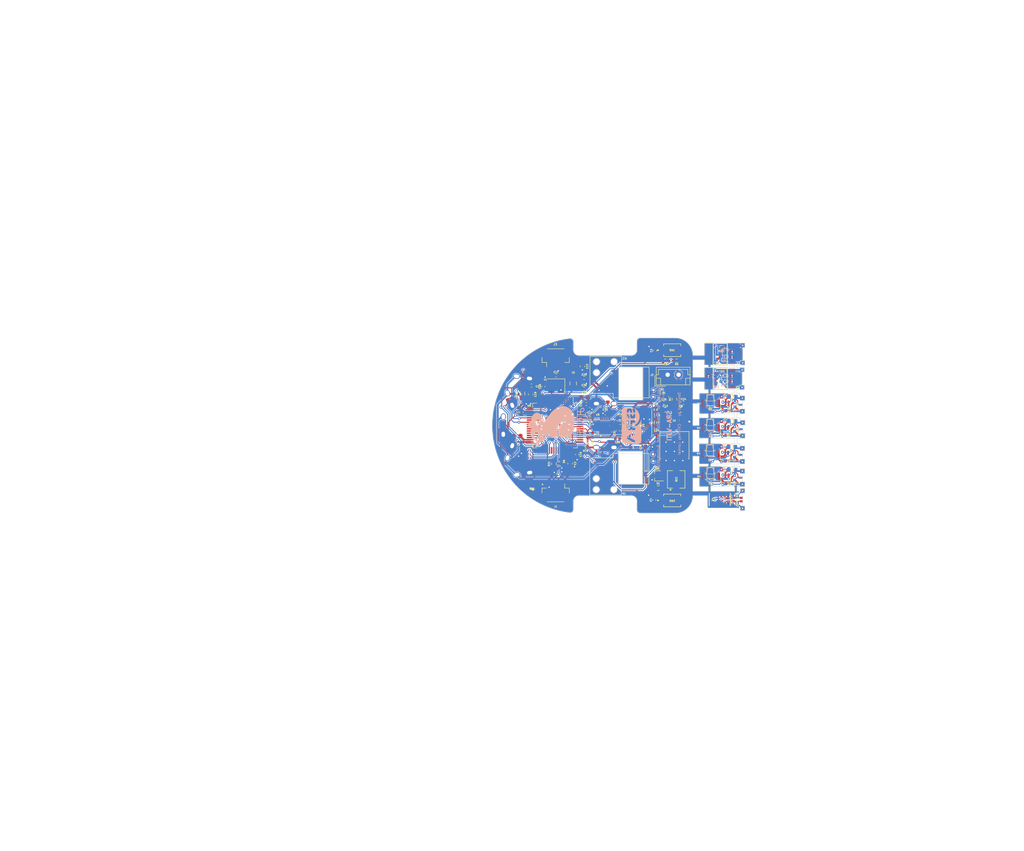
<source format=kicad_pcb>
(kicad_pcb (version 20211014) (generator pcbnew)
  (title_block (title "MUSHAK") (date "27/08/2022") (company "SRA-VJTI") (comment 1 "Developed by - Chinmay Lonkar"))
  (layers (0 "F.Cu" signal) (31 "B.Cu" signal) (34 "B.Paste" user) (35 "F.Paste" user) (36 "B.SilkS" user "B.Silkscreen") (37 "F.SilkS" user "F.Silkscreen") (38 "B.Mask" user) (39 "F.Mask" user) (44 "Edge.Cuts" user))
  (net 0 "")
  (net 1 "/IR_sensor/IR_REC_1")
  (net 2 "/IR_sensor/+3V0_1")
  (net 3 "+3V0")
  (net 4 "Net-(BZ1-Pad2)")
  (net 5 "Net-(C1-Pad1)")
  (net 6 "POW_GND")
  (net 7 "Net-(C2-Pad1)")
  (net 8 "NRST")
  (net 9 "DEBUG")
  (net 10 "POW_IN")
  (net 11 "RCC_OSC_IN")
  (net 12 "RCC_OSC_OUT")
  (net 13 "3V0A")
  (net 14 "Net-(BZ1-Pad1)")
  (net 15 "Net-(C20-Pad1)")
  (net 16 "Net-(C26-Pad2)")
  (net 17 "Net-(C27-Pad2)")
  (net 18 "/AS5600_Right/GND_s")
  (net 19 "Net-(C32-Pad2)")
  (net 20 "Net-(D1-Pad1)")
  (net 21 "Net-(C34-Pad1)")
  (net 22 "Net-(D3-Pad1)")
  (net 23 "/AS5600_Right/+3V0_s")
  (net 24 "Net-(D4-Pad1)")
  (net 25 "Net-(D5-Pad1)")
  (net 26 "Net-(D6-Pad1)")
  (net 27 "DEB_LED")
  (net 30 "/AS5600_Left/GND_s")
  (net 31 "/AS5600_Left/+3V0_s")
  (net 34 "SYS_JTMS-SWDIO")
  (net 35 "SYS_JTCK-SWCLK")
  (net 36 "TXD")
  (net 37 "RXD")
  (net 38 "BAT_VOL")
  (net 39 "BUZZER_OP")
  (net 40 "/VL6180x/3V0_s")
  (net 41 "Net-(D2-Pad1)")
  (net 42 "/MPU6500/MOSI")
  (net 43 "/MPU6500/SCLK")
  (net 44 "Net-(R18-Pad1)")
  (net 45 "/MPU6500/nCS")
  (net 46 "/MPU6500/MISO")
  (net 47 "SDA_1")
  (net 48 "IR_LED_1")
  (net 49 "SCL_1")
  (net 50 "IR_RES_1")
  (net 51 "IR_LED_2")
  (net 52 "IR_RES_2")
  (net 53 "SDA_2")
  (net 54 "SCL_2")
  (net 55 "IR_LED_3")
  (net 56 "IR_RES_3")
  (net 57 "SDA_3")
  (net 58 "IR_LED_4")
  (net 59 "SCL_3")
  (net 60 "IR_RES_4")
  (net 70 "/DRV8833_Motor_Driver/BIN2")
  (net 71 "/DRV8833_Motor_Driver/AIN2")
  (net 72 "/DRV8833_Motor_Driver/BIN1")
  (net 73 "/DRV8833_Motor_Driver/AIN1")
  (net 81 "Net-(C35-Pad1)")
  (net 82 "Net-(C38-Pad1)")
  (net 83 "Net-(C39-Pad1)")
  (net 84 "/IR_sensor/IR_REC_2")
  (net 85 "/IR_sensor/+3V0_2")
  (net 86 "/VL6180x/GND_s")
  (net 87 "/AS5600_Left/SDA_s")
  (net 88 "/DRV8833_Motor_Driver/EN")
  (net 89 "Net-(R26-Pad2)")
  (net 90 "/AS5600_Left/SCL_s")
  (net 91 "Net-(C21-Pad1)")
  (net 94 "Net-(M1-Pad1)")
  (net 100 "Net-(M1-Pad2)")
  (net 101 "Net-(M2-Pad1)")
  (net 102 "Net-(M2-Pad2)")
  (net 103 "/AS5600_Right/SDA_s")
  (net 104 "/AS5600_Right/SCL_s")
  (net 105 "/VL6180x/SDA_s")
  (net 106 "/VL6180x/SCL_s")
  (net 107 "Net-(R25-Pad1)")
  (net 108 "/IR_sensor/IR_REC_4")
  (net 109 "/IR_sensor/+3V0_4")
  (net 110 "/IR_sensor/IR_REC_3")
  (net 111 "/IR_sensor/+3V0_3")
  (net 112 "/IR_sensor/GND_1")
  (net 113 "/IR_sensor/GND_2")
  (net 114 "/IR_sensor/GND_4")
  (net 115 "/IR_sensor/GND_3")
  (net 116 "/IR_sensor/IR_POW_1")
  (net 117 "/IR_sensor/IR_POW_2")
  (net 118 "/IR_sensor/IR_POW_4")
  (net 119 "/IR_sensor/IR_POW_3")
  (footprint "Resistor_SMD:R_0402_1005Metric" (layer "F.Cu") (at 170.6 95.25 180)
    (fp_text reference "R26")
    (fp_text value "10k")
  )
  (footprint "mushak_mount_footprint:STAND_SLAVE_04" (layer "F.Cu") (at 205.25 86.3 90)
    (fp_text reference "J4" hide)
    (fp_text value "AS5600_Left")
  )
  (footprint "Capacitor_SMD:C_0402_1005Metric" (layer "F.Cu") (at 203.55 108.9 90)
    (fp_text reference "C6")
    (fp_text value "0.1uF")
  )
  (footprint "Resistor_SMD:R_0402_1005Metric" (layer "F.Cu") (at 203.25 114.8 -90)
    (fp_text reference "R15")
    (fp_text value "4.7k")
  )
  (footprint "Capacitor_SMD:C_0402_1005Metric" (layer "F.Cu") (at 162.8 85.6 180)
    (fp_text reference "C11")
    (fp_text value "20pF")
  )
  (footprint "Capacitor_SMD:C_0603_1608Metric" (layer "F.Cu") (at 166 105.7 -90)
    (fp_text reference "C2")
    (fp_text value "2.2uF")
  )
  (footprint "mushak_mount_footprint:STAND_HOST_04" (layer "F.Cu") (at 174 92 180)
    (fp_text reference "J11" hide)
    (fp_text value "AS5600_1")
  )
  (footprint "mushak_mount_footprint:IR_SLAVE_V_04" (layer "F.Cu") (at 205.35 97.85 90)
    (fp_text reference "J8")
    (fp_text value "IR_2")
  )
  (footprint "ABS07-32:XTAL_ABS07-32.768KHZ-T" (layer "F.Cu") (at 166.7 87.4 90)
    (fp_text reference "Y2")
    (fp_text value "32.769kHz")
  )
  (footprint "mushak_mount_footprint:IR_HOST_V_04" (layer "F.Cu") (at 155.25 86 -100)
    (fp_text reference "J16")
    (fp_text value "IR_4")
  )
  (footprint "Resistor_SMD:R_0603_1608Metric" (layer "F.Cu") (at 201.35 107 180)
    (fp_text reference "R12")
    (fp_text value "100")
  )
  (footprint "Resistor_SMD:R_0402_1005Metric" (layer "F.Cu") (at 178.1 98.2 -90)
    (fp_text reference "R20")
    (fp_text value "10k")
  )
  (footprint "TL1015AF160QG:SW_TL1015AF160QG" (layer "F.Cu") (at 189.3 114.1)
    (fp_text reference "SW2")
    (fp_text value "SW_Push")
  )
  (footprint "mushak_mount_footprint:IR_SLAVE_V_04" (layer "F.Cu") (at 205.3 108.9 90)
    (fp_text reference "J7")
    (fp_text value "IR_3")
  )
  (footprint "Capacitor_SMD:C_0402_1005Metric" (layer "F.Cu") (at 154.9 101.3 -90)
    (fp_text reference "C9")
    (fp_text value "0.1uF")
  )
  (footprint "Capacitor_SMD:C_0603_1608Metric" (layer "F.Cu") (at 191.3 93.4 180)
    (fp_text reference "C8")
    (fp_text value "10uF")
  )
  (footprint "mushak_mount_footprint:STAND_HOST_04" (layer "F.Cu") (at 174 102)
    (fp_text reference "J13" hide)
    (fp_text value "AS5600_2")
  )
  (footprint "Package_TO_SOT_SMD:SOT-323_SC-70" (layer "F.Cu") (at 186 108.5 180)
    (fp_text reference "Q1")
    (fp_text value "DMN3065LW-7")
  )
  (footprint "Capacitor_SMD:C_0402_1005Metric" (layer "F.Cu") (at 159.9 88.1 90)
    (fp_text reference "C15")
    (fp_text value "20pF")
  )
  (footprint "Capacitor_SMD:C_0402_1005Metric" (layer "F.Cu") (at 203.6 92.25 90)
    (fp_text reference "C37")
    (fp_text value "0.1uF")
  )
  (footprint "Capacitor_SMD:C_0603_1608Metric" (layer "F.Cu") (at 157 89.9 -90)
    (fp_text reference "C19")
    (fp_text value "1uF")
  )
  (footprint "Resistor_SMD:R_0402_1005Metric" (layer "F.Cu") (at 203.25 113 90)
    (fp_text reference "R14")
    (fp_text value "4.7k")
  )
  (footprint "Package_TO_SOT_SMD:SOT-323_SC-70" (layer "F.Cu") (at 201.5 109.3 -90)
    (fp_text reference "Q3")
    (fp_text value "DMN3065LW-7")
  )
  (footprint "Resistor_SMD:R_0402_1005Metric" (layer "F.Cu") (at 190.3 82.2)
    (fp_text reference "R3")
    (fp_text value "4.7k")
  )
  (footprint "Resistor_SMD:R_0402_1005Metric" (layer "F.Cu") (at 187.7 82.2 180)
    (fp_text reference "R2")
    (fp_text value "4.7k")
  )
  (footprint "Capacitor_SMD:C_0402_1005Metric" (layer "F.Cu") (at 167.6 103.6 -90)
    (fp_text reference "C10")
    (fp_text value "0.1uF")
  )
  (footprint "LED_SMD:LED_0402_1005Metric" (layer "F.Cu") (at 163.8 105.2 90)
    (fp_text reference "D6")
    (fp_text value "LED")
  )
  (footprint "SFH_3015_FA:XDCR_SFH_3015_FA" (layer "F.Cu") (at 198 91.95)
    (fp_text reference "A4")
    (fp_text value "SFH_3015_FA")
  )
  (footprint "Capacitor_SMD:C_0402_1005Metric" (layer "F.Cu") (at 177.4 96.4 180)
    (fp_text reference "C32")
    (fp_text value "0.1uF")
  )
  (footprint "mushak_mount_footprint:IR_SLAVE_V_04" (layer "F.Cu") (at 205.3 103.7 90)
    (fp_text reference "J6")
    (fp_text value "IR_1")
  )
  (footprint "Capacitor_SMD:C_0402_1005Metric" (layer "F.Cu") (at 169.7 92.1)
    (fp_text reference "C16")
    (fp_text value "0.1uF")
  )
  (footprint "mushak_mount_footprint:mooshak_small" (layer "F.Cu") (at 157.395092 111.447631 90)
    (fp_text reference "G***")
    (fp_text value "LOGO" hide)
  )
  (footprint "Connector_JST:JST_SH_BM04B-SRSS-TB_1x04-1MP_P1.00mm_Vertical" (layer "F.Cu") (at 162.7 81.5)
    (fp_text reference "J3")
    (fp_text value "BLE_Conn")
  )
  (footprint "Resistor_SMD:R_0402_1005Metric" (layer "F.Cu") (at 170 99.2 -90)
    (fp_text reference "R17")
    (fp_text value "10k")
  )
  (footprint "Package_TO_SOT_SMD:SOT-323_SC-70" (layer "F.Cu") (at 201.4 104.1 -90)
    (fp_text reference "Q2")
    (fp_text value "DMN3065LW-7")
  )
  (footprint "SFH_3015_FA:XDCR_SFH_3015_FA" (layer "F.Cu") (at 198 108.6)
    (fp_text reference "A2")
    (fp_text value "SFH_3015_FA")
  )
  (footprint "Resistor_SMD:R_0603_1608Metric" (layer "F.Cu") (at 201.3 101.8 180)
    (fp_text reference "R7")
    (fp_text value "100")
  )
  (footprint "Capacitor_SMD:C_0402_1005Metric" (layer "F.Cu") (at 185.4 79.9 90)
    (fp_text reference "C3")
    (fp_text value "0.1uF")
  )
  (footprint "Package_TO_SOT_SMD:SOT-323_SC-70" (layer "F.Cu") (at 201.45 98.25 -90)
    (fp_text reference "Q4")
    (fp_text value "DMN3065LW-7")
  )
  (footprint "Package_QFP:LQFP-64_10x10mm_P0.5mm" (layer "F.Cu") (at 162.55 97 -90)
    (fp_text reference "U6")
    (fp_text value "STM32F405RGTx")
  )
  (footprint "Capacitor_SMD:C_0402_1005Metric" (layer "F.Cu") (at 169.18 86.15)
    (fp_text reference "C21")
    (fp_text value "12.5pF")
  )
  (footprint "Capacitor_SMD:C_0402_1005Metric" (layer "F.Cu") (at 170.5 93.3)
    (fp_text reference "C14")
    (fp_text value "0.1uF")
  )
  (footprint "VL6180XV0NR_1:LGA12R75P2X6_280X480X110" (layer "F.Cu") (at 200.15 113.9 90)
    (fp_text reference "U4")
    (fp_text value "VL6180XV0NR/1")
  )
  (footprint "AS5600-ASOT:SOIC127P600X175-8N" (layer "F.Cu") (at 200.25 80.7)
    (fp_text reference "IC2")
    (fp_text value "AS5600-ASOT")
  )
  (footprint "Capacitor_SMD:C_0402_1005Metric" (layer "F.Cu") (at 174 94.2 180)
    (fp_text reference "C33")
    (fp_text value "0.1uF")
  )
  (footprint "MPU-6500:QFN40P300X300X95-25N" (layer "F.Cu") (at 174 97 90)
    (fp_text reference "U5")
    (fp_text value "MPU-6500")
  )
  (footprint "Capacitor_SMD:C_0402_1005Metric" (layer "F.Cu") (at 191.9 91.8 180)
    (fp_text reference "C24")
    (fp_text value "0.1uF")
  )
  (footprint "Resistor_SMD:R_0603_1608Metric" (layer "F.Cu") (at 162.3 105.75 -90)
    (fp_text reference "R21")
    (fp_text value "220")
  )
  (footprint "Capacitor_SMD:C_0603_1608Metric" (layer "F.Cu") (at 168.8 83.5 -90)
    (fp_text reference "C12")
    (fp_text value "1uF")
  )
  (footprint "Capacitor_SMD:C_0603_1608Metric" (layer "F.Cu") (at 185.7 96.3 -90)
    (fp_text reference "C27")
    (fp_text value "2.2uF")
  )
  (footprint "Capacitor_SMD:C_0402_1005Metric" (layer "F.Cu") (at 185.2 114 90)
    (fp_text reference "C4")
    (fp_text value "0.1uF")
  )
  (footprint "Capacitor_SMD:C_0603_1608Metric" (layer "F.Cu") (at 184 101.9)
    (fp_text reference "C28")
    (fp_text value "10uF")
  )
  (footprint "Capacitor_SMD:C_0402_1005Metric" (layer "F.Cu") (at 157.175 87.875 180)
    (fp_text reference "C17")
    (fp_text value "0.01uF")
  )
  (footprint "Capacitor_SMD:C_0402_1005Metric" (layer "F.Cu") (at 154.9 94 90)
    (fp_text reference "C7")
    (fp_text value "0.1uF")
  )
  (footprint "Package_TO_SOT_SMD:SOT-323_SC-70" (layer "F.Cu") (at 201.5 92.65 -90)
    (fp_text reference "Q5")
    (fp_text value "DMN3065LW-7")
  )
  (footprint "Capacitor_SMD:C_0402_1005Metric" (layer "F.Cu") (at 187.4 91.8)
    (fp_text reference "C25")
    (fp_text value "0.1uF")
  )
  (footprint "Capacitor_SMD:C_0603_1608Metric" (layer "F.Cu") (at 187.7 93.4)
    (fp_text reference "C13")
    (fp_text value "22uF")
  )
  (footprint "Capacitor_SMD:C_0603_1608Metric" (layer "F.Cu") (at 169.3 90.6)
    (fp_text reference "C18")
    (fp_text value "10uF")
  )
  (footprint "Capacitor_SMD:C_0402_1005Metric" (layer "F.Cu") (at 169.19 88.64)
    (fp_text reference "C20")
    (fp_text value "12.5pF")
  )
  (footprint "Resistor_SMD:R_0603_1608Metric" (layer "F.Cu") (at 201.4 90.35 180)
    (fp_text reference "R24")
    (fp_text value "100")
  )
  (footprint "IPD50P04P4L-11:DPAK228P998X235-3N" (layer "F.Cu") (at 189.8 100.4 180)
    (fp_text reference "U1")
    (fp_text value "BA30BC0FP-E2")
  )
  (footprint "Resistor_SMD:R_0402_1005Metric" (layer "F.Cu") (at 185.5 93.4 90)
    (fp_text reference "R25")
    (fp_text value "47k")
  )
  (footprint "Connector_JST:JST_EH_B2B-EH-A_1x02_P2.50mm_Vertical" (layer "F.Cu") (at 188.25 85.4)
    (fp_text reference "J2")
    (fp_text value "Conn_01x02_Female")
  )
  (footprint "Capacitor_SMD:C_0603_1608Metric" (layer "F.Cu") (at 153.9 99.4 180)
    (fp_text reference "C1")
    (fp_text value "2.2uF")
  )
  (footprint "Capacitor_SMD:C_0402_1005Metric" (layer "F.Cu") (at 203.5 103.7 90)
    (fp_text reference "C5")
    (fp_text value "0.1uF")
  )
  (footprint "SMT-0440-T-R:XDCR_SMT-0440-T-R" (layer "F.Cu") (at 190.2 109.3 90)
    (fp_text reference "BZ1")
    (fp_text value "Buzzer")
  )
  (footprint "mushak_mount_footprint:STAND_SLAVE_04" (layer "F.Cu") (at 205.35 113.9 90)
    (fp_text reference "J17" hide)
    (fp_text value "ToF")
  )
  (footprint "mushak_mount_footprint:STAND_HOST_04" (layer "F.Cu") (at 150.75 97 -90)
    (fp_text reference "J15" hide)
    (fp_text value "ToF")
  )
  (footprint "Inductor_SMD:L_0805_2012Metric" (layer "F.Cu") (at 155.1 89.7 90)
    (fp_text reference "FB1")
    (fp_text value "120R")
  )
  (footprint "LED_SMD:LED_0402_1005Metric" (layer "F.Cu") (at 187.4 90.4 180)
    (fp_text reference "D1")
    (fp_text value "LED")
  )
  (footprint "Resistor_SMD:R_0603_1608Metric" (layer "F.Cu") (at 189.8 91 90)
    (fp_text reference "R4")
    (fp_text value "220")
  )
  (footprint "Crystal:Crystal_SMD_3225-4Pin_3.2x2.5mm" (layer "F.Cu") (at 162.8 88 180)
    (fp_text reference "Y1")
    (fp_text value "25Mhz")
  )
  (footprint "Resistor_SMD:R_0603_1608Metric" (layer "F.Cu") (at 201.35 95.95 180)
    (fp_text reference "R23")
    (fp_text value "100")
  )
  (footprint "SFH_3015_FA:XDCR_SFH_3015_FA" (layer "F.Cu") (at 197.95 97.55)
    (fp_text reference "A3")
    (fp_text value "SFH_3015_FA")
  )
  (footprint "TL1015AF160QG:SW_TL1015AF160QG" (layer "F.Cu") (at 189.3 79.8)
    (fp_text reference "SW1")
    (fp_text value "SW_Push")
  )
  (footprint "mushak_mount_footprint:STAND_SLAVE_04" (layer "F.Cu") (at 205.37 80.7 90)
    (fp_text reference "J5" hide)
    (fp_text value "AS5600_Right")
  )
  (footprint "mushak_mount_footprint:motor" (layer "F.Cu") (at 170.475 112.875 -90)
    (fp_text reference "M1")
    (fp_text value "motor")
    (fp_line (start -2.5 -6.55) (end -10 -6.55) (layer "Edge.Cuts") (width 0.12))
    (fp_line (start -10 -12.05) (end -2.5 -12.05) (layer "Edge.Cuts") (width 0.12))
    (fp_line (start -10 -6.55) (end -10 -12.05) (layer "Edge.Cuts") (width 0.12))
    (fp_line (start -2.5 -12.05) (end -2.5 -6.55) (layer "Edge.Cuts") (width 0.12))
    (fp_circle (center -1.25 -5.5) (end -0.5 -5.5) (layer "Edge.Cuts") (width 0.12) (fill none))
    (fp_circle (center -3.75 -1.5) (end -3 -1.5) (layer "Edge.Cuts") (width 0.12) (fill none))
    (fp_circle (center -1.25 -1.5) (end -0.5 -1.5) (layer "Edge.Cuts") (width 0.12) (fill none))
  )
  (footprint "Resistor_SMD:R_0402_1005Metric" (layer "F.Cu") (at 177.4 95.3)
    (fp_text reference "R18")
    (fp_text value "10k")
  )
  (footprint "SFH_3015_FA:XDCR_SFH_3015_FA" (layer "F.Cu") (at 197.9 103.4)
    (fp_text reference "A1")
    (fp_text value "SFH_3015_FA")
  )
  (footprint "Capacitor_SMD:C_0402_1005Metric" (layer "F.Cu") (at 203.55 97.8 90)
    (fp_text reference "C36")
    (fp_text value "0.1uF")
  )
  (footprint "Resistor_SMD:R_0603_1608Metric" (layer "F.Cu") (at 186.1 111.3)
    (fp_text reference "R1")
    (fp_text value "10")
  )
  (footprint "mushak_mount_footprint:IR_HOST_V_04" (layer "F.Cu") (at 152.25 91 -158.5)
    (fp_text reference "J14")
    (fp_text value "IR_3")
  )
  (footprint "Connector_JST:JST_SH_BM04B-SRSS-TB_1x04-1MP_P1.00mm_Vertical" (layer "F.Cu") (at 162.7 112.4 180)
    (fp_text reference "J1")
    (fp_text value "Conn_01x04_Male")
  )
  (footprint "Capacitor_SMD:C_0402_1005Metric" (layer "F.Cu") (at 176.8 100 180)
    (fp_text reference "C26")
    (fp_text value "0.01uF")
  )
  (footprint "Capacitor_SMD:C_0402_1005Metric" (layer "F.Cu") (at 176.9 98.2 -90)
    (fp_text reference "C31")
    (fp_text value "0.01uF")
  )
  (footprint "mushak_mount_footprint:IR_HOST_V_04" (layer "F.Cu") (at 155.3 108 -80)
    (fp_text reference "J10")
    (fp_text value "IR_1")
  )
  (footprint "Resistor_SMD:R_0402_1005Metric" (layer "F.Cu") (at 169.5 102)
    (fp_text reference "R19")
    (fp_text value "10k")
  )
  (footprint "Package_SO:TSSOP-16_4.4x5mm_P0.65mm" (layer "F.Cu") (at 181.9 97 -90)
    (fp_text reference "U3")
    (fp_text value "DRV8833PW")
  )
  (footprint "Resistor_SMD:R_0402_1005Metric" (layer "F.Cu") (at 171.1 99.2 -90)
    (fp_text reference "R16")
    (fp_text value "10k")
  )
  (footprint "AS5600-ASOT:SOIC127P600X175-8N" (layer "F.Cu") (at 200.25 86.3)
    (fp_text reference "IC1")
    (fp_text value "AS5600-ASOT")
  )
  (footprint "mushak_mount_footprint:IR_SLAVE_V_04" (layer "F.Cu") (at 205.3 92.25 90)
    (fp_text reference "J9")
    (fp_text value "IR_4")
  )
  (footprint "mushak_mount_footprint:IR_HOST_V_04" (layer "F.Cu") (at 152.25 103 -21.5)
    (fp_text reference "J12")
    (fp_text value "IR_2")
  )
  (footprint "mushak_mount_footprint:SRA_logo" (layer "B.Cu") (at 180 97 -90)
    (fp_text reference "G***")
    (fp_text value "LOGO" hide)
  )
  (footprint "Resistor_SMD:R_0402_1005Metric" (layer "B.Cu") (at 203.5 103.7 90)
    (fp_text reference "R6")
    (fp_text value "10k")
  )
  (footprint "Resistor_SMD:R_0402_1005Metric" (layer "B.Cu") (at 200.95 81.3)
    (fp_text reference "R10")
    (fp_text value "4.7k")
  )
  (footprint "SFH_4045N:LED_SFH_4045N" (layer "B.Cu") (at 197.9525 97.55)
    (fp_text reference "D4")
    (fp_text value "SFH_4045N")
  )
  (footprint "Capacitor_SMD:C_0603_1608Metric" (layer "B.Cu") (at 204.05 113.9 90)
    (fp_text reference "C29")
    (fp_text value "4.7uF")
  )
  (footprint "Capacitor_SMD:C_0603_1608Metric" (layer "B.Cu") (at 202.95 96)
    (fp_text reference "C38")
    (fp_text value "1uF")
  )
  (footprint "SFH_4045N:LED_SFH_4045N" (layer "B.Cu") (at 197.9 103.4)
    (fp_text reference "D2")
    (fp_text value "SFH_4045N")
  )
  (footprint "Resistor_SMD:R_0402_1005Metric" (layer "B.Cu") (at 200.95 79.1)
    (fp_text reference "R9")
    (fp_text value "4.7k")
  )
  (footprint "Resistor_SMD:R_0402_1005Metric" (layer "B.Cu") (at 200.85 86.95)
    (fp_text reference "R5")
    (fp_text value "4.7k")
  )
  (footprint "mushak_mount_footprint:mooshak" (layer "B.Cu") (at 163.25 96.9 -90)
    (fp_text reference "G***")
    (fp_text value "LOGO" hide)
  )
  (footprint "Capacitor_SMD:C_0402_1005Metric" (layer "B.Cu") (at 199.35 86.8 90)
    (fp_text reference "C23")
    (fp_text value "0.1uF")
  )
  (footprint "SFH_4045N:LED_SFH_4045N" (layer "B.Cu") (at 198 91.95)
    (fp_text reference "D5")
    (fp_text value "SFH_4045N")
  )
  (footprint "Resistor_SMD:R_0402_1005Metric" (layer "B.Cu") (at 203.55 97.8 90)
    (fp_text reference "R13")
    (fp_text value "10k")
  )
  (footprint "Resistor_SMD:R_0402_1005Metric" (layer "B.Cu") (at 203.6 92.25 90)
    (fp_text reference "R22")
    (fp_text value "10k")
  )
  (footprint "SFH_4045N:LED_SFH_4045N" (layer "B.Cu") (at 198.0025 108.6)
    (fp_text reference "D3")
    (fp_text value "SFH_4045N")
  )
  (footprint "Capacitor_SMD:C_0402_1005Metric" (layer "B.Cu") (at 199.45 81.3 90)
    (fp_text reference "C22")
    (fp_text value "0.1uF")
  )
  (footprint "Capacitor_SMD:C_0402_1005Metric" (layer "B.Cu") (at 202.05 113.9 90)
    (fp_text reference "C30")
    (fp_text value "0.1uF")
  )
  (footprint "Resistor_SMD:R_0402_1005Metric" (layer "B.Cu") (at 203.55 108.9 90)
    (fp_text reference "R11")
    (fp_text value "10k")
  )
  (footprint "Capacitor_SMD:C_0603_1608Metric" (layer "B.Cu") (at 202.9 101.9)
    (fp_text reference "C34")
    (fp_text value "1uF")
  )
  (footprint "Capacitor_SMD:C_0603_1608Metric" (layer "B.Cu") (at 203 90.45)
    (fp_text reference "C39")
    (fp_text value "1uF")
  )
  (footprint "mushak_mount_footprint:motor" (layer "B.Cu") (at 170.525 81.175 90)
    (fp_text reference "M2")
    (fp_text value "motor")
    (fp_line (start -2.5 6.55) (end -10 6.55) (layer "Edge.Cuts") (width 0.12))
    (fp_line (start -2.5 12.05) (end -2.5 6.55) (layer "Edge.Cuts") (width 0.12))
    (fp_line (start -10 12.05) (end -2.5 12.05) (layer "Edge.Cuts") (width 0.12))
    (fp_line (start -10 6.55) (end -10 12.05) (layer "Edge.Cuts") (width 0.12))
    (fp_circle (center -1.25 5.5) (end -0.5 5.5) (layer "Edge.Cuts") (width 0.12) (fill none))
    (fp_circle (center -1.25 1.5) (end -0.5 1.5) (layer "Edge.Cuts") (width 0.12) (fill none))
    (fp_circle (center -3.75 1.5) (end -3 1.5) (layer "Edge.Cuts") (width 0.12) (fill none))
  )
  (footprint "Resistor_SMD:R_0402_1005Metric" (layer "B.Cu") (at 200.84 85.6)
    (fp_text reference "R8")
    (fp_text value "4.7k")
  )
  (footprint "Capacitor_SMD:C_0603_1608Metric" (layer "B.Cu") (at 202.95 107.1)
    (fp_text reference "C35")
    (fp_text value "1uF")
  )
  (gr_line (start 194 91) (end 195.5 91) (layer "Edge.Cuts") (width 0.1))
  (gr_line (start 194 86) (end 194 82) (layer "Edge.Cuts") (width 0.1))
  (gr_line (start 204.05 83.8) (end 205.75 83.8) (layer "Edge.Cuts") (width 0.1))
  (gr_line (start 195.45 99.9) (end 197.55 99.9) (layer "Edge.Cuts") (width 0.1))
  (gr_line (start 195.5 109) (end 195.5 110.95) (layer "Edge.Cuts") (width 0.1))
  (gr_line (start 204.85 115.8) (end 197.35 115.8) (layer "Edge.Cuts") (width 0.1))
  (gr_line (start 195.5 94.3) (end 197.55 94.3) (layer "Edge.Cuts") (width 0.1))
  (gr_line (start 204.8 95.8) (end 204.8 95.25) (layer "Edge.Cuts") (width 0.1))
  (gr_line (start 194 108) (end 195.5 108) (layer "Edge.Cuts") (width 0.1))
  (gr_line (start 190 117) (end 182 117) (layer "Edge.Cuts") (width 0.1))
  (gr_line (start 168 81) (end 180 81) (layer "Edge.Cuts") (width 0.1))
  (gr_line (start 205.35 107.95) (end 205.35 109.85) (layer "Edge.Cuts") (width 0.1))
  (gr_line (start 194 103) (end 194 98) (layer "Edge.Cuts") (width 0.1))
  (gr_line (start 205.35 109.85) (end 205.85 109.85) (layer "Edge.Cuts") (width 0.1))
  (gr_line (start 194 81) (end 196.65 81) (layer "Edge.Cuts") (width 0.1))
  (gr_line (start 197.35 112) (end 197.55 112) (layer "Edge.Cuts") (width 0.1))
  (gr_line (start 205.85 102.75) (end 205.85 101.65) (layer "Edge.Cuts") (width 0.1))
  (gr_line (start 197.55 99.9) (end 197.55 101.15) (layer "Edge.Cuts") (width 0.1))
  (gr_line (start 205.85 91.3) (end 205.85 90.2) (layer "Edge.Cuts") (width 0.1))
  (gr_line (start 205.35 82.2) (end 205.35 79.2) (layer "Edge.Cuts") (width 0.1))
  (gr_line (start 166.75 116.15) (end 166.75 114.2) (layer "Edge.Cuts") (width 0.1))
  (gr_line (start 204.05 88.8) (end 204.05 89.65) (layer "Edge.Cuts") (width 0.1))
  (gr_line (start 205.85 83.2) (end 205.85 82.2) (layer "Edge.Cuts") (width 0.1))
  (gr_line (start 204.75 90.2) (end 204.75 89.7) (layer "Edge.Cuts") (width 0.1))
  (gr_line (start 194 108) (end 194 104) (layer "Edge.Cuts") (width 0.1))
  (gr_line (start 198.05 106.35) (end 203.55 106.35) (layer "Edge.Cuts") (width 0.1))
  (gr_arc (start 181.25 77.75) (mid 181.46967 77.21967) (end 182 77) (layer "Edge.Cuts") (width 0.1))
  (gr_line (start 205.9 99.9) (end 205.9 98.8) (layer "Edge.Cuts") (width 0.1))
  (gr_line (start 204.75 106.85) (end 204.75 106.35) (layer "Edge.Cuts") (width 0.1))
  (gr_line (start 205.85 107.95) (end 205.35 107.95) (layer "Edge.Cuts") (width 0.1))
  (gr_line (start 204.05 101.15) (end 204.75 101.15) (layer "Edge.Cuts") (width 0.1))
  (gr_line (start 205.35 79.2) (end 205.85 79.2) (layer "Edge.Cuts") (width 0.1))
  (gr_line (start 181.25 79.75) (end 181.25 77.75) (layer "Edge.Cuts") (width 0.1))
  (gr_arc (start 194 113) (mid 192.828427 115.828427) (end 190 117) (layer "Edge.Cuts") (width 0.1))
  (gr_line (start 194 91.975) (end 195.5 91.975) (layer "Edge.Cuts") (width 0.1))
  (gr_line (start 198.05 83.2) (end 198.05 83.8) (layer "Edge.Cuts") (width 0.1))
  (gr_line (start 195.45 105.75) (end 197.55 105.75) (layer "Edge.Cuts") (width 0.1))
  (gr_arc (start 180 113) (mid 180.883883 113.366117) (end 181.25 114.25) (layer "Edge.Cuts") (width 0.1))
  (gr_line (start 196.65 88.8) (end 197.55 88.8) (layer "Edge.Cuts") (width 0.1))
  (gr_line (start 204.8 99.9) (end 205.9 99.9) (layer "Edge.Cuts") (width 0.1))
  (gr_line (start 204.05 95.25) (end 204.8 95.25) (layer "Edge.Cuts") (width 0.1))
  (gr_line (start 204.75 101.15) (end 204.75 101.2) (layer "Edge.Cuts") (width 0.1))
  (gr_line (start 203.55 88.8) (end 198.05 88.8) (layer "Edge.Cuts") (width 0.1))
  (gr_line (start 205.9 95.8) (end 204.8 95.8) (layer "Edge.Cuts") (width 0.1))
  (gr_line (start 197.55 88.8) (end 197.55 89.65) (layer "Edge.Cuts") (width 0.1))
  (gr_line (start 205.35 104.65) (end 205.35 102.75) (layer "Edge.Cuts") (width 0.1))
  (gr_line (start 205.85 79.2) (end 205.85 78.2) (layer "Edge.Cuts") (width 0.1))
  (gr_arc (start 190 77) (mid 192.828427 78.171573) (end 194 81) (layer "Edge.Cuts") (width 0.1))
  (gr_line (start 205.85 104.65) (end 205.35 104.65) (layer "Edge.Cuts") (width 0.1))
  (gr_line (start 194 112) (end 197.35 112) (layer "Edge.Cuts") (width 0.1))
  (gr_line (start 204.05 105.75) (end 204.05 106.35) (layer "Edge.Cuts") (width 0.1))
  (gr_line (start 205.85 90.2) (end 204.75 90.2) (layer "Edge.Cuts") (width 0.1))
  (gr_arc (start 181.25 79.75) (mid 180.883883 80.633883) (end 180 81) (layer "Edge.Cuts") (width 0.1))
  (gr_line (start 195.45 98) (end 195.45 99.9) (layer "Edge.Cuts") (width 0.1))
  (gr_line (start 198.05 112) (end 203.55 112) (layer "Edge.Cuts") (width 0.1))
  (gr_line (start 197.55 110.95) (end 197.55 112) (layer "Edge.Cuts") (width 0.1))
  (gr_line (start 194 97) (end 195.45 97) (layer "Edge.Cuts") (width 0.1))
  (gr_line (start 196.65 83.8) (end 196.65 86) (layer "Edge.Cuts") (width 0.1))
  (gr_line (start 204.05 110.95) (end 205.85 110.95) (layer "Edge.Cuts") (width 0.1))
  (gr_line (start 203.55 99.9) (end 203.55 101.15) (layer "Edge.Cuts") (width 0.1))
  (gr_line (start 195.5 91.975) (end 195.5 94.3) (layer "Edge.Cuts") (width 0.1))
  (gr_line (start 166.75 79.75) (end 166.75 77.88033) (layer "Edge.Cuts") (width 0.1))
  (gr_line (start 195.5 106.35) (end 197.55 106.35) (layer "Edge.Cuts") (width 0.1))
  (gr_line (start 196.65 82) (end 196.65 83.2) (layer "Edge.Cuts") (width 0.1))
  (gr_line (start 194 97) (end 194 91.975) (layer "Edge.Cuts") (width 0.1))
  (gr_line (start 205.85 106.85) (end 204.75 106.85) (layer "Edge.Cuts") (width 0.1))
  (gr_line (start 204.85 112) (end 204.85 111.4) (layer "Edge.Cuts") (width 0.1))
  (gr_arc (start 166 116.9) (mid 148.233259 97.059714) (end 165.9 77.13033) (layer "Edge.Cuts") (width 0.1))
  (gr_line (start 205.35 112.4) (end 205.35 115.2) (layer "Edge.Cuts") (width 0.1))
  (gr_line (start 205.4 98.8) (end 205.4 96.9) (layer "Edge.Cuts") (width 0.1))
  (gr_line (start 195.5 106.35) (end 195.5 108) (layer "Edge.Cuts") (width 0.1))
  (gr_arc (start 182 117) (mid 181.46967 116.78033) (end 181.25 116.25) (layer "Edge.Cuts") (width 0.1))
  (gr_line (start 204.85 111.4) (end 205.85 111.4) (layer "Edge.Cuts") (width 0.1))
  (gr_line (start 205.85 78.2) (end 196.65 78.2) (layer "Edge.Cuts") (width 0.1))
  (gr_line (start 198.05 94.3) (end 198.05 95.25) (layer "Edge.Cuts") (width 0.1))
  (gr_line (start 198.05 101.15) (end 203.55 101.15) (layer "Edge.Cuts") (width 0.1))
  (gr_line (start 205.9 96.9) (end 205.9 95.8) (layer "Edge.Cuts") (width 0.1))
  (gr_line (start 204.05 99.9) (end 204.05 101.15) (layer "Edge.Cuts") (width 0.1))
  (gr_line (start 204.05 94.3) (end 205.85 94.3) (layer "Edge.Cuts") (width 0.1))
  (gr_line (start 197.55 105.75) (end 197.55 106.35) (layer "Edge.Cuts") (width 0.1))
  (gr_line (start 203.55 83.2) (end 203.55 83.8) (layer "Edge.Cuts") (width 0.1))
  (gr_line (start 203.55 95.25) (end 198.05 95.25) (layer "Edge.Cuts") (width 0.1))
  (gr_line (start 197.55 95.25) (end 195.45 95.25) (layer "Edge.Cuts") (width 0.1))
  (gr_line (start 194 109) (end 195.5 109) (layer "Edge.Cuts") (width 0.1))
  (gr_line (start 205.35 93.2) (end 205.85 93.2) (layer "Edge.Cuts") (width 0.1))
  (gr_line (start 205.85 111.4) (end 205.85 112.4) (layer "Edge.Cuts") (width 0.1))
  (gr_line (start 205.85 105.75) (end 205.85 104.65) (layer "Edge.Cuts") (width 0.1))
  (gr_line (start 204.05 94.3) (end 204.05 95.25) (layer "Edge.Cuts") (width 0.1))
  (gr_line (start 204.85 116.4) (end 204.85 115.8) (layer "Edge.Cuts") (width 0.1))
  (gr_line (start 194 82) (end 196.65 82) (layer "Edge.Cuts") (width 0.1))
  (gr_line (start 205.25 87.7) (end 205.25 84.8) (layer "Edge.Cuts") (width 0.1))
  (gr_line (start 204.05 99.9) (end 204.8 99.9) (layer "Edge.Cuts") (width 0.1))
  (gr_line (start 182 77) (end 190 77) (layer "Edge.Cuts") (width 0.1))
  (gr_line (start 205.85 116.4) (end 204.85 116.4) (layer "Edge.Cuts") (width 0.1))
  (gr_line (start 198.05 94.3) (end 203.55 94.3) (layer "Edge.Cuts") (width 0.1))
  (gr_line (start 204.05 105.75) (end 204.75 105.75) (layer "Edge.Cuts") (width 0.1))
  (gr_line (start 194 91) (end 194 87) (layer "Edge.Cuts") (width 0.1))
  (gr_line (start 195.45 104) (end 195.45 105.75) (layer "Edge.Cuts") (width 0.1))
  (gr_line (start 205.75 88.8) (end 205.75 87.8) (layer "Edge.Cuts") (width 0.1))
  (gr_line (start 204.05 88.8) (end 205.75 88.8) (layer "Edge.Cuts") (width 0.1))
  (gr_line (start 204.75 105.75) (end 205.85 105.75) (layer "Edge.Cuts") (width 0.1))
  (gr_line (start 197.35 113) (end 197.35 115.8) (layer "Edge.Cuts") (width 0.1))
  (gr_line (start 198.05 105.75) (end 203.55 105.75) (layer "Edge.Cuts") (width 0.1))
  (gr_line (start 205.85 93.2) (end 205.85 94.3) (layer "Edge.Cuts") (width 0.1))
  (gr_line (start 197.55 89.65) (end 195.5 89.65) (layer "Edge.Cuts") (width 0.1))
  (gr_line (start 198.05 110.95) (end 203.55 110.95) (layer "Edge.Cuts") (width 0.1))
  (gr_line (start 194 103) (end 195.45 103) (layer "Edge.Cuts") (width 0.1))
  (gr_line (start 196.65 83.2) (end 197.55 83.2) (layer "Edge.Cuts") (width 0.1))
  (gr_line (start 204.05 83.2) (end 204.05 83.8) (layer "Edge.Cuts") (width 0.1))
  (gr_line (start 198.05 99.9) (end 203.55 99.9) (layer "Edge.Cuts") (width 0.1))
  (gr_line (start 195.45 101.15) (end 195.45 103) (layer "Edge.Cuts") (width 0.1))
  (gr_line (start 204.75 89.7) (end 204.75 89.65) (layer "Edge.Cuts") (width 0.1))
  (gr_line (start 205.35 115.2) (end 205.35 115.4) (layer "Edge.Cuts") (width 0.1))
  (gr_line (start 203.55 83.8) (end 198.05 83.8) (layer "Edge.Cuts") (width 0.1))
  (gr_line (start 198.05 110.95) (end 198.05 112) (layer "Edge.Cuts") (width 0.1))
  (gr_line (start 205.9 98.8) (end 205.4 98.8) (layer "Edge.Cuts") (width 0.1))
  (gr_arc (start 166.75 116.15) (mid 166.53033 116.68033) (end 166 116.9) (layer "Edge.Cuts") (width 0.1))
  (gr_line (start 205.35 115.4) (end 205.85 115.4) (layer "Edge.Cuts") (width 0.1))
  (gr_line (start 205.85 112.4) (end 205.35 112.4) (layer "Edge.Cuts") (width 0.1))
  (gr_line (start 204.05 112) (end 204.85 112) (layer "Edge.Cuts") (width 0.1))
  (gr_line (start 203.55 88.8) (end 203.55 89.65) (layer "Edge.Cuts") (width 0.1))
  (gr_line (start 194 113) (end 197.35 113) (layer "Edge.Cuts") (width 0.1))
  (gr_line (start 203.55 110.95) (end 203.55 112) (layer "Edge.Cuts") (width 0.1))
  (gr_line (start 204.05 83.2) (end 205.85 83.2) (layer "Edge.Cuts") (width 0.1))
  (gr_line (start 203.55 94.3) (end 203.55 95.25) (layer "Edge.Cuts") (width 0.1))
  (gr_line (start 198.05 105.75) (end 198.05 106.35) (layer "Edge.Cuts") (width 0.1))
  (gr_line (start 204.05 110.95) (end 204.05 112) (layer "Edge.Cuts") (width 0.1))
  (gr_line (start 205.85 82.2) (end 205.35 82.2) (layer "Edge.Cuts") (width 0.1))
  (gr_line (start 205.85 109.85) (end 205.85 110.95) (layer "Edge.Cuts") (width 0.1))
  (gr_line (start 195.45 95.25) (end 195.45 97) (layer "Edge.Cuts") (width 0.1))
  (gr_line (start 204.05 89.65) (end 204.75 89.65) (layer "Edge.Cuts") (width 0.1))
  (gr_line (start 204.75 101.65) (end 204.75 101.2) (layer "Edge.Cuts") (width 0.1))
  (gr_line (start 198.05 83.2) (end 203.55 83.2) (layer "Edge.Cuts") (width 0.1))
  (gr_line (start 194 98) (end 195.45 98) (layer "Edge.Cuts") (width 0.1))
  (gr_line (start 194 87) (end 196.65 87) (layer "Edge.Cuts") (width 0.1))
  (gr_line (start 204.05 106.35) (end 204.75 106.35) (layer "Edge.Cuts") (width 0.1))
  (gr_line (start 205.25 87.7) (end 205.25 87.8) (layer "Edge.Cuts") (width 0.1))
  (gr_line (start 197.55 83.2) (end 197.55 83.8) (layer "Edge.Cuts") (width 0.1))
  (gr_line (start 205.85 101.65) (end 204.75 101.65) (layer "Edge.Cuts") (width 0.1))
  (gr_line (start 181.25 114.25) (end 181.25 116.25) (layer "Edge.Cuts") (width 0.1))
  (gr_line (start 197.55 94.3) (end 197.55 95.25) (layer "Edge.Cuts") (width 0.1))
  (gr_line (start 205.35 91.3) (end 205.85 91.3) (layer "Edge.Cuts") (width 0.1))
  (gr_line (start 203.55 105.75) (end 203.55 106.35) (layer "Edge.Cuts") (width 0.1))
  (gr_line (start 196.65 78.2) (end 196.65 81) (layer "Edge.Cuts") (width 0.1))
  (gr_line (start 195.5 89.65) (end 195.5 91) (layer "Edge.Cuts") (width 0.1))
  (gr_line (start 205.35 93.2) (end 205.35 91.3) (layer "Edge.Cuts") (width 0.1))
  (gr_line (start 197.55 83.8) (end 196.65 83.8) (layer "Edge.Cuts") (width 0.1))
  (gr_line (start 205.25 87.8) (end 205.75 87.8) (layer "Edge.Cuts") (width 0.1))
  (gr_line (start 195.45 101.15) (end 197.55 101.15) (layer "Edge.Cuts") (width 0.1))
  (gr_line (start 198.05 99.9) (end 198.05 101.15) (layer "Edge.Cuts") (width 0.1))
  (gr_line (start 205.75 83.8) (end 205.75 84.8) (layer "Edge.Cuts") (width 0.1))
  (gr_arc (start 166.75 114.2) (mid 167.133614 113.348556) (end 168 113) (layer "Edge.Cuts") (width 0.1))
  (gr_line (start 198.05 88.8) (end 198.05 89.65) (layer "Edge.Cuts") (width 0.1))
  (gr_line (start 205.25 84.8) (end 205.75 84.8) (layer "Edge.Cuts") (width 0.1))
  (gr_line (start 205.85 115.4) (end 205.85 116.4) (layer "Edge.Cuts") (width 0.1))
  (gr_arc (start 165.9 77.13033) (mid 166.494225 77.313541) (end 166.75 77.88033) (layer "Edge.Cuts") (width 0.1))
  (gr_line (start 194 86) (end 196.65 86) (layer "Edge.Cuts") (width 0.1))
  (gr_line (start 168 113) (end 180 113) (layer "Edge.Cuts") (width 0.1))
  (gr_line (start 194 112) (end 194 109) (layer "Edge.Cuts") (width 0.1))
  (gr_line (start 205.4 96.9) (end 205.9 96.9) (layer "Edge.Cuts") (width 0.1))
  (gr_arc (start 168 81) (mid 167.116117 80.633883) (end 166.75 79.75) (layer "Edge.Cuts") (width 0.1))
  (gr_line (start 205.35 102.75) (end 205.85 102.75) (layer "Edge.Cuts") (width 0.1))
  (gr_line (start 194 104) (end 195.45 104) (layer "Edge.Cuts") (width 0.1))
  (gr_line (start 196.65 87) (end 196.65 88.8) (layer "Edge.Cuts") (width 0.1))
  (gr_line (start 203.55 89.65) (end 198.05 89.65) (layer "Edge.Cuts") (width 0.1))
  (gr_line (start 195.5 110.95) (end 197.55 110.95) (layer "Edge.Cuts") (width 0.1))
  (gr_line (start 205.85 106.85) (end 205.85 107.95) (layer "Edge.Cuts") (width 0.1))
  (gr_text "Society of Robotics and Automation" (at 186.15 97.65 90) (layer "B.SilkS") (effects (font (size 0.7 0.7) (thickness 0.1)) (justify mirror)))
  (gr_text "Designed by - Chinmay Lonkar" (at 190.9 96.6 90) (layer "B.SilkS") (effects (font (size 0.6 0.6) (thickness 0.08)) (justify mirror)))
  (gr_text "SRA-VJTI" (at 188.65 97.05 90) (layer "B.SilkS") (effects (font (size 1 1) (thickness 0.25)) (justify mirror)))
  (segment (start 197.95 105.2) (end 196.15 103.4) (width 0.2) (layer "F.Cu") (net 1))
  (segment (start 198.5 105.2) (end 197.95 105.2) (width 0.2) (layer "F.Cu") (net 1))
  (via (at 198.5 105.2) (size 0.6) (drill 0.3) (layers "F.Cu" "B.Cu") (net 1))
  (segment (start 198.5 105.2) (end 198.9 104.8) (width 0.2) (layer "B.Cu") (net 1))
  (segment (start 198.9 104.8) (end 203.25 104.8) (width 0.2) (layer "B.Cu") (net 1))
  (segment (start 203.5 104.55) (end 203.5 104.21) (width 0.2) (layer "B.Cu") (net 1))
  (segment (start 203.5 104.21) (end 203.5 104.2) (width 0.2) (layer "B.Cu") (net 1))
  (segment (start 203.25 104.8) (end 203.5 104.55) (width 0.2) (layer "B.Cu") (net 1))
  (segment (start 204 103.7) (end 204.9 103.7) (width 0.2) (layer "B.Cu") (net 1))
  (segment (start 203.5 104.2) (end 204 103.7) (width 0.2) (layer "B.Cu") (net 1))
  (segment (start 201.4 103.65) (end 201.4 102.525) (width 0.4) (layer "F.Cu") (net 2))
  (segment (start 205.3 105.2) (end 204.52 105.2) (width 0.4) (layer "F.Cu") (net 2))
  (segment (start 201.4 102.525) (end 202.125 101.8) (width 0.4) (layer "F.Cu") (net 2))
  (segment (start 199.65 103.4) (end 199.7 103.4) (width 0.4) (layer "F.Cu") (net 2))
  (segment (start 200.3 104.05) (end 201 104.05) (width 0.4) (layer "F.Cu") (net 2))
  (segment (start 204.52 105.2) (end 203.5 104.18) (width 0.4) (layer "F.Cu") (net 2))
  (segment (start 199.65 104.45) (end 199.65 103.4) (width 0.4) (layer "F.Cu") (net 2))
  (segment (start 200.3 104.05) (end 199.65 103.4) (width 0.4) (layer "F.Cu") (net 2))
  (segment (start 201 104.05) (end 201.4 103.65) (width 0.4) (layer "F.Cu") (net 2))
  (segment (start 200.5 105.3) (end 199.65 104.45) (width 0.4) (layer "F.Cu") (net 2))
  (via (at 200.5 105.3) (size 0.6) (drill 0.3) (layers "F.Cu" "B.Cu") (net 2))
  (segment (start 200.5 105.3) (end 200.6 105.2) (width 0.4) (layer "B.Cu") (net 2))
  (segment (start 200.6 105.2) (end 205.3 105.2) (width 0.4) (layer "B.Cu") (net 2))
  (segment (start 172 103) (end 169.875 105.125) (width 0.4) (layer "F.Cu") (net 3))
  (segment (start 176 92.1) (end 176 92) (width 0.3) (layer "F.Cu") (net 3))
  (segment (start 167.6 103.12) (end 167.78 103.3) (width 0.4) (layer "F.Cu") (net 3))
  (segment (start 164.2 109.9) (end 166.1 108) (width 0.4) (layer "F.Cu") (net 3))
  (segment (start 153.9 100.45) (end 154.27 100.82) (width 0.4) (layer "F.Cu") (net 3))
  (segment (start 166.3 92.6) (end 166.3 91.325) (width 0.4) (layer "F.Cu") (net 3))
  (segment (start 172 102) (end 172 103) (width 0.4) (layer "F.Cu") (net 3))
  (segment (start 151.389635 89.771272) (end 154.108772 89.771272) (width 0.4) (layer "F.Cu") (net 3))
  (segment (start 166.3 102.675) (end 167.155 102.675) (width 0.4) (layer "F.Cu") (net 3))
  (segment (start 168.075 82.725) (end 168.8 82.725) (width 0.4) (layer "F.Cu") (net 3))
  (segment (start 169.22 92.1) (end 169.247746 92.1) (width 0.4) (layer "F.Cu") (net 3))
  (segment (start 166.1 108) (end 167 108) (width 0.4) (layer "F.Cu") (net 3))
  (segment (start 170.02 92.872254) (end 170.02 93.3) (width 0.4) (layer "F.Cu") (net 3))
  (segment (start 174.92 99.7) (end 171.11 99.7) (width 0.3) (layer "F.Cu") (net 3))
  (segment (start 155.1 92.05) (end 154.05 93.1) (width 0.4) (layer "F.Cu") (net 3))
  (segment (start 167.155 102.675) (end 167.6 103.12) (width 0.4) (layer "F.Cu") (net 3))
  (segment (start 156.875 100.75) (end 154.97 100.75) (width 0.4) (layer "F.Cu") (net 3))
  (segment (start 170 101.99) (end 170.01 102) (width 0.4) (layer "F.Cu") (net 3))
  (segment (start 170 99.71) (end 171.1 99.71) (width 0.4) (layer "F.Cu") (net 3))
  (segment (start 154.9 94.48) (end 155.13 94.25) (width 0.3) (layer "F.Cu") (net 3))
  (segment (start 155.1 90.7625) (end 155.1 92.05) (width 0.4) (layer "F.Cu") (net 3))
  (segment (start 155.13 94.25) (end 156.875 94.25) (width 0.3) (layer "F.Cu") (net 3))
  (segment (start 167.8 91.325) (end 168.525 90.6) (width 0.4) (layer "F.Cu") (net 3))
  (segment (start 170.01 102) (end 172 102) (width 0.4) (layer "F.Cu") (net 3))
  (segment (start 168.225 93.25) (end 168.225 93.095) (width 0.4) (layer "F.Cu") (net 3))
  (segment (start 170.125 82.725) (end 170.4 83) (width 0.4) (layer "F.Cu") (net 3))
  (segment (start 166.794266 92.6) (end 166.3 92.6) (width 0.4) (layer "F.Cu") (net 3))
  (segment (start 154.05 93.95) (end 154.58 94.48) (width 0.4) (layer "F.Cu") (net 3))
  (segment (start 175.545 97.6) (end 176.78 97.6) (width 0.3) (layer "F.Cu") (net 3))
  (segment (start 164.9 84.6) (end 166.2 84.6) (width 0.4) (layer "F.Cu") (net 3))
  (segment (start 164.2 83.9) (end 164.9 84.6) (width 0.4) (layer "F.Cu") (net 3))
  (segment (start 167.78 103.3) (end 168.45 103.3) (width 0.4) (layer "F.Cu") (net 3))
  (segment (start 176.9 97.72) (end 174.92 99.7) (width 0.3) (layer "F.Cu") (net 3))
  (segment (start 187.6 94.075) (end 187.6 95.98) (width 0.4) (layer "F.Cu") (net 3))
  (segment (start 171.11 99.7) (end 171.1 99.71) (width 0.3) (layer "F.Cu") (net 3))
  (segment (start 174.48 93.62) (end 176 92.1) (width 0.3) (layer "F.Cu") (net 3))
  (segment (start 164.2 82.825) (end 164.2 83.9) (width 0.4) (layer "F.Cu") (net 3))
  (segment (start 176.78 97.6) (end 176.9 97.72) (width 0.3) (layer "F.Cu") (net 3))
  (segment (start 175 95.455) (end 175 94.72) (width 0.3) (layer "F.Cu") (net 3))
  (segment (start 174.48 94.2) (end 174.48 93.62) (width 0.3) (layer "F.Cu") (net 3))
  (segment (start 168.45 104.1) (end 169.475 105.125) (width 0.4) (layer "F.Cu") (net 3))
  (segment (start 187.6 95.98) (end 187.52 96.06) (width 0.4) (layer "F.Cu") (net 3))
  (segment (start 154.108772 89.771272) (end 155.1 90.7625) (width 0.4) (layer "F.Cu") (net 3))
  (segment (start 168.225 93.095) (end 169.22 92.1) (width 0.4) (layer "F.Cu") (net 3))
  (segment (start 154.97 100.75) (end 154.9 100.82) (width 0.4) (layer "F.Cu") (net 3))
  (segment (start 186.915 91.795) (end 186.92 91.8) (width 0.4) (layer "F.Cu") (net 3))
  (segment (start 186.95 88.8) (end 186.95 90.365) (width 0.4) (layer "F.Cu") (net 3))
  (segment (start 169.22 91.295) (end 168.525 90.6) (width 0.4) (layer "F.Cu") (net 3))
  (segment (start 154.27 100.82) (end 154.9 100.82) (width 0.4) (layer "F.Cu") (net 3))
  (segment (start 154.05 93.1) (end 154.05 93.95) (width 0.4) (layer "F.Cu") (net 3))
  (segment (start 169.475 105.125) (end 169.875 105.125) (width 0.4) (layer "F.Cu") (net 3))
  (segment (start 186.92 91.8) (end 186.92 93.395) (width 0.4) (layer "F.Cu") (net 3))
  (segment (start 169.22 92.1) (end 169.22 91.295) (width 0.4) (layer "F.Cu") (net 3))
  (segment (start 186.95 90.365) (end 186.915 90.4) (width 0.4) (layer "F.Cu") (net 3))
  (segment (start 168.45 103.3) (end 168.45 104.1) (width 0.4) (layer "F.Cu") (net 3))
  (segment (start 175 94.72) (end 174.48 94.2) (width 0.3) (layer "F.Cu") (net 3))
  (segment (start 167.015413 92.378853) (end 166.794266 92.6) (width 0.4) (layer "F.Cu") (net 3))
  (segment (start 166.3 91.325) (end 167.8 91.325) (width 0.4) (layer "F.Cu") (net 3))
  (segment (start 186.925 93.4) (end 187.6 94.075) (width 0.4) (layer "F.Cu") (net 3))
  (segment (start 167 108) (end 169.875 105.125) (width 0.4) (layer "F.Cu") (net 3))
  (segment (start 186.915 90.4) (end 186.915 91.795) (width 0.4) (layer "F.Cu") (net 3))
  (segment (start 170.4 85.7) (end 176 91.3) (width 0.4) (layer "F.Cu") (net 3))
  (segment (start 176 91.3) (end 176 92) (width 0.4) (layer "F.Cu") (net 3))
  (segment (start 154.58 94.48) (end 154.9 94.48) (width 0.4) (layer "F.Cu") (net 3))
  (segment (start 168.8 82.725) (end 170.125 82.725) (width 0.4) (layer "F.Cu") (net 3))
  (segment (start 166.2 84.6) (end 168.075 82.725) (width 0.4) (layer "F.Cu") (net 3))
  (segment (start 164.2 111.075) (end 164.2 109.9) (width 0.4) (layer "F.Cu") (net 3))
  (segment (start 170.4 83) (end 170.4 85.7) (width 0.4) (layer "F.Cu") (net 3))
  (segment (start 169.247746 92.1) (end 170.02 92.872254) (width 0.4) (layer "F.Cu") (net 3))
  (segment (start 186.92 93.395) (end 186.925 93.4) (width 0.4) (layer "F.Cu") (net 3))
  (segment (start 170 99.71) (end 170 101.99) (width 0.4) (layer "F.Cu") (net 3))
  (via (at 186.95 88.8) (size 0.6) (drill 0.3) (layers "F.Cu" "B.Cu") (net 3))
  (via (at 153.9 100.45) (size 0.6) (drill 0.3) (layers "F.Cu" "B.Cu") (net 3))
  (via (at 167.015413 92.378853) (size 0.6) (drill 0.3) (layers "F.Cu" "B.Cu") (net 3))
  (via (at 166.3 92.6) (size 0.6) (drill 0.3) (layers "F.Cu" "B.Cu") (net 3))
  (segment (start 153.9 100.45) (end 154.15 100.7) (width 0.4) (layer "B.Cu") (net 3))
  (segment (start 151.867146 104.228728) (end 151.700248 104.395626) (width 0.4) (layer "B.Cu") (net 3))
  (segment (start 153.660472 108.260472) (end 151.35 105.95) (width 0.4) (layer "B.Cu") (net 3))
  (segment (start 169.15 109) (end 172.3 105.85) (width 0.4) (layer "B.Cu") (net 3))
  (segment (start 151.700248 89.999752) (end 151.700248 89.604374) (width 0.4) (layer "B.Cu") (net 3))
  (segment (start 154.5 109) (end 154.5 108.937684) (width 0.4) (layer "B.Cu") (net 3))
  (segment (start 168.85 90.55) (end 170.265686 90.55) (width 0.4) (layer "B.Cu") (net 3))
  (segment (start 174.7 100.5) (end 177.1 100.5) (width 0.4) (layer "B.Cu") (net 3))
  (segment (start 166.8 92.6) (end 168.85 90.55) (width 0.4) (layer "B.Cu") (net 3))
  (segment (start 183.35 101.1) (end 185.5 98.95) (width 0.4) (layer "B.Cu") (net 3))
  (segment (start 149.5 95.9) (end 149.5 101) (width 0.4) (layer "B.Cu") (net 3))
  (segment (start 151.35 105.95) (end 151.35 104.745874) (width 0.4) (layer "B.Cu") (net 3))
  (segment (start 151.700248 87.597066) (end 153.859224 85.43809) (width 0.4) (layer "B.Cu") (net 3))
  (segment (start 185.6 91.9) (end 186.95 90.55) (width 0.4) (layer "B.Cu") (net 3))
  (segment (start 173.6 105.85) (end 177.5 101.95) (width 0.4) (layer "B.Cu") (net 3))
  (segment (start 170.265686 90.55) (end 170.915686 89.9) (width 0.4) (layer "B.Cu") (net 3))
  (segment (start 172.3 105.85) (end 173.6 105.85) (width 0.4) (layer "B.Cu") (net 3))
  (segment (start 154.15 100.7) (end 154.15 102.75) (width 0.4) (layer "B.Cu") (net 3))
  (segment (start 176 92) (end 185.5 92) (width 0.4) (layer "B.Cu") (net 3))
  (segment (start 150.75 95) (end 150.4 95) (width 0.4) (layer "B.Cu") (net 3))
  (segment (start 149.5 95.9) (end 149.5 92.2) (width 0.4) (layer "B.Cu") (net 3))
  (segment (start 177.1 100.5) (end 178.55 101.95) (width 0.4) (layer "B.Cu") (net 3))
  (segment (start 185.5 92) (end 185.6 91.9) (width 0.4) (layer "B.Cu") (net 3))
  (segment (start 152.671272 104.228728) (end 151.867146 104.228728) (width 0.4) (layer "B.Cu") (net 3))
  (segment (start 151.700248 103.200248) (end 151.700248 104.395626) (width 0.4) (layer "B.Cu") (net 3))
  (segment (start 174.55 89.9) (end 176 91.35) (width 0.4) (layer "B.Cu") (net 3))
  (segment (start 149.5 101) (end 151.700248 103.200248) (width 0.4) (layer "B.Cu") (net 3))
  (segment (start 177.5 101.95) (end 178.55 101.95) (width 0.4) (layer "B.Cu") (net 3))
  (segment (start 178.55 101.95) (end 179.25 101.95) (width 0.4) (layer "B.Cu") (net 3))
  (segment (start 149.5 92.2) (end 151.700248 89.999752) (width 0.4) (layer "B.Cu") (net 3))
  (segment (start 173.2 102) (end 174.7 100.5) (width 0.4) (layer "B.Cu") (net 3))
  (segment (start 185.5 98.95) (end 185.5 92) (width 0.4) (layer "B.Cu") (net 3))
  (segment (start 154.15 102.75) (end 152.671272 104.228728) (width 0.4) (layer "B.Cu") (net 3))
  (segment (start 179.25 101.95) (end 180.1 101.1) (width 0.4) (layer "B.Cu") (net 3))
  (segment (start 150.4 95) (end 149.5 95.9) (width 0.4) (layer "B.Cu") (net 3))
  (segment (start 153.822788 108.322788) (end 153.822788 108.260472) (width 0.4) (layer "B.Cu") (net 3))
  (segment (start 176 91.35) (end 176 92) (width 0.4) (layer "B.Cu") (net 3))
  (segment (start 172 102) (end 173.2 102) (width 0.4) (layer "B.Cu") (net 3))
  (segment (start 151.700248 89.604374) (end 151.700248 87.597066) (width 0.4) (layer "B.Cu") (net 3))
  (segment (start 154.5 109) (end 169.15 109) (width 0.4) (layer "B.Cu") (net 3))
  (segment (start 186.95 90.55) (end 186.95 88.8) (width 0.4) (layer "B.Cu") (net 3))
  (segment (start 153.772788 108.260472) (end 153.772788 108.272788) (width 0.4) (layer "B.Cu") (net 3))
  (segment (start 170.915686 89.9) (end 174.55 89.9) (width 0.4) (layer "B.Cu") (net 3))
  (segment (start 154.5 108.937684) (end 153.822788 108.260472) (width 0.4) (layer "B.Cu") (net 3))
  (segment (start 166.3 92.6) (end 166.8 92.6) (width 0.4) (layer "B.Cu") (net 3))
  (segment (start 153.822788 108.260472) (end 153.660472 108.260472) (width 0.4) (layer "B.Cu") (net 3))
  (segment (start 180.1 101.1) (end 183.35 101.1) (width 0.4) (layer "B.Cu") (net 3))
  (segment (start 151.35 104.745874) (end 151.700248 104.395626) (width 0.4) (layer "B.Cu") (net 3))
  (segment (start 189.25 109.15) (end 190.2 108.2) (width 0.3) (layer "F.Cu") (net 4))
  (segment (start 190.2 108.2) (end 190.2 107.375) (width 0.3) (layer "F.Cu") (net 4))
  (segment (start 187 109.15) (end 189.25 109.15) (width 0.3) (layer "F.Cu") (net 4))
  (segment (start 154.675 99.4) (end 155.525 100.25) (width 0.3) (layer "F.Cu") (net 5))
  (segment (start 155.525 100.25) (end 156.875 100.25) (width 0.3) (layer "F.Cu") (net 5))
  (segment (start 153.125 99.4) (end 152.8 99.725) (width 0.4) (layer "F.Cu") (net 6))
  (segment (start 182.875 95.475) (end 182.85 95.5) (width 0.4) (layer "F.Cu") (net 6))
  (segment (start 186.32 78.5) (end 190.2 78.5) (width 0.3) (layer "F.Cu") (net 6))
  (segment (start 169.66 87.36) (end 169.7 87.4) (width 0.4) (layer "F.Cu") (net 6))
  (segment (start 163.3 84.5) (end 163.1 84.5) (width 0.4) (layer "F.Cu") (net 6))
  (segment (start 159.9 86.35) (end 160.3 85.95) (width 0.4) (layer "F.Cu") (net 6))
  (segment (start 154.9 93.52) (end 155.13 93.75) (width 0.3) (layer "F.Cu") (net 6))
  (segment (start 191.375 81.635) (end 190.81 82.2) (width 0.4) (layer "F.Cu") (net 6))
  (segment (start 182.225 100.515685) (end 182.709315 101) (width 0.4) (layer "F.Cu") (net 6))
  (segment (start 190.075 112.8) (end 191.375 114.1) (width 0.3) (layer "F.Cu") (net 6))
  (segment (start 171.5505 96.4) (end 171.25 96.7005) (width 0.3) (layer "F.Cu") (net 6))
  (segment (start 173 94.72) (end 173.52 94.2) (width 0.3) (layer "F.Cu") (net 6))
  (segment (start 189.8 102.88) (end 189.8 102.9) (width 0.4) (layer "F.Cu") (net 6))
  (segment (start 162.4 107.35) (end 162.4 106.675) (width 0.4) (layer "F.Cu") (net 6))
  (segment (start 160.325 111.075) (end 159.7 110.45) (width 0.4) (layer "F.Cu") (net 6))
  (segment (start 167.6 105.8) (end 167.6 104.875) (width 0.4) (layer "F.Cu") (net 6))
  (segment (start 157 90.675) (end 157 92) (width 0.4) (layer "F.Cu") (net 6))
  (segment (start 170.98 93.3) (end 170.98 92.9) (width 0.3) (layer "F.Cu") (net 6))
  (segment (start 154.9 93.15) (end 156 92.05) (width 0.4) (layer "F.Cu") (net 6))
  (segment (start 171.05 87.4) (end 172.6 88.95) (width 0.4) (layer "F.Cu") (net 6))
  (segment (start 177.88 95.33) (end 177.91 95.3) (width 0.4) (layer "F.Cu") (net 6))
  (segment (start 161.23 87.62) (end 161.7 87.15) (width 0.3) (layer "F.Cu") (net 6))
  (segment (start 184.47 79.42) (end 184 78.95) (width 0.3) (layer "F.Cu") (net 6))
  (segment (start 162.4 107.7) (end 162.4 107.35) (width 0.4) (layer "F.Cu") (net 6))
  (segment (start 171.11 95.96) (end 171.11 95.25) (width 0.3) (layer "F.Cu") (net 6))
  (segment (start 160.8 91.325) (end 160.8 92.7) (width 0.2) (layer "F.Cu") (net 6))
  (segment (start 171.7 96.4) (end 171.5505 96.4) (width 0.3) (layer "F.Cu") (net 6))
  (segment (start 190.2 78.5) (end 191.375 79.675) (width 0.3) (layer "F.Cu") (net 6))
  (segment (start 155.13 93.75) (end 156.875 93.75) (width 0.3) (layer "F.Cu") (net 6))
  (segment (start 163.4 106.7) (end 164.1 106.7) (width 0.4) (layer "F.Cu") (net 6))
  (segment (start 171.11 95.25) (end 171.11 95.09) (width 0.3) (layer "F.Cu") (net 6))
  (segment (start 172 89.55) (end 172.6 88.95) (width 0.4) (layer "F.Cu") (net 6))
  (segment (start 191.42 91.8) (end 191.42 92.505) (width 0.4) (layer "F.Cu") (net 6))
  (segment (start 172.455 96.4) (end 171.7 96.4) (width 0.3) (layer "F.Cu") (net 6))
  (segment (start 162.4 107.7) (end 162.4 108.1) (width 0.4) (layer "F.Cu") (net 6))
  (segment (start 163.1 84.5) (end 162.32 85.28) (width 0.4) (layer "F.Cu") (net 6))
  (segment (start 172.98 94.7) (end 173 94.72) (width 0.3) (layer "F.Cu") (net 6))
  (segment (start 176.9 98.68) (end 178.07 98.68) (width 0.4) (layer "F.Cu") (net 6))
  (segment (start 184.52 113.52) (end 183.9 112.9) (width 0.4) (layer "F.Cu") (net 6))
  (segment (start 173 95.455) (end 173 94.72) (width 0.3) (layer "F.Cu") (net 6))
  (segment (start 170.18 90.705) (end 170.075 90.6) (width 0.4) (layer "F.Cu") (net 6))
  (segment (start 189.8 90.175) (end 189.8 90.18) (width 0.4) (layer "F.Cu") (net 6))
  (segment (start 162.32 85.28) (end 162.32 85.6) (width 0.4) (layer "F.Cu") (net 6))
  (segment (start 160.8 92.7) (end 161.5 93.4) (width 0.2) (layer "F.Cu") (net 6))
  (segment (start 187.88 91.8) (end 187.88 92.805) (width 0.4) (layer "F.Cu") (net 6))
  (segment (start 189.8 90.175) (end 189.775 90.175) (width 0.4) (layer "F.Cu") (net 6))
  (segment (start 152.799752 101.604374) (end 154.724374 101.604374) (width 0.4) (layer "F.Cu") (net 6))
  (segment (start 156.695 87.875) (end 156.695 86.616134) (width 0.4) (layer "F.Cu") (net 6))
  (segment (start 166.925 106.475) (end 167 106.4) (width 0.4) (layer "F.Cu") (net 6))
  (segment (start 191.375 79.8) (end 191.375 81.635) (width 0.4) (layer "F.Cu") (net 6))
  (segment (start 178.34 98.71) (end 179.45 97.6) (width 0.4) (layer "F.Cu") (net 6))
  (segment (start 163.2 82.825) (end 163.2 84.4) (width 0.4) (layer "F.Cu") (net 6))
  (segment (start 185.4 79.42) (end 186.32 78.5) (width 0.3) (layer "F.Cu") (net 6))
  (segment (start 188.25 85.4) (end 188.25 88.625) (width 0.4) (layer "F.Cu") (net 6))
  (segment (start 167.6 104.08) (end 167.6 104.875) (width 0.4) (layer "F.Cu") (net 6))
  (segment (start 177.88 96.4) (end 177.88 95.33) (width 0.4) (layer "F.Cu") (net 6))
  (segment (start 178.1 98.71) (end 178.34 98.71) (width 0.4) (layer "F.Cu") (net 6))
  (segment (start 156.695 86.616134) (end 156.640776 86.56191) (width 0.4) (layer "F.Cu") (net 6))
  (segment (start 169.67 87.43) (end 169.7 87.4) (width 0.4) (layer "F.Cu") (net 6))
  (segment (start 168.225 93.75) (end 169.45 93.75) (width 0.3) (layer "F.Cu") (net 6))
  (segment (start 189.8 90.18) (end 191.42 91.8) (width 0.4) (layer "F.Cu") (net 6))
  (segment (start 171.55 96.4) (end 171.11 95.96) (width 0.3) (layer "F.Cu") (net 6))
  (segment (start 154.9 103.35) (end 154.9 101.78) (width 0.4) (layer "F.Cu") (net 6))
  (segment (start 169.67 86.16) (end 169.66 86.15) (width 0.4) (layer "F.Cu") (net 6))
  (segment (start 191.375 79.675) (end 191.375 79.8) (width 0.3) (layer "F.Cu") (net 6))
  (segment (start 171.5 94.7) (end 172.98 94.7) (width 0.3) (layer "F.Cu") (net 6))
  (segment (start 154.724374 101.604374) (end 154.9 101.78) (width 0.4) (layer "F.Cu") (net 6))
  (segment (start 182.875 94.1375) (end 182.875 95.475) (width 0.4) (layer "F.Cu") (net 6))
  (segment (start 182.709315 101) (end 183.875 101) (width 0.4) (layer "F.Cu") (net 6))
  (segment (start 169.67 88.64) (end 169.67 87.43) (width 0.4) (layer "F.Cu") (net 6))
  (segment (start 159.9 87.62) (end 161.23 87.62) (width 0.3) (layer "F.Cu") (net 6))
  (segment (start 152.8 101.604126) (end 152.799752 101.604374) (width 0.4) (layer "F.Cu") (net 6))
  (segment (start 172 92) (end 172 89.55) (width 0.4) (layer "F.Cu") (net 6))
  (segment (start 171.11 95.09) (end 171.5 94.7) (width 0.3) (layer "F.Cu") (net 6))
  (segment (start 154.25 104) (end 154.9 103.35) (width 0.4) (layer "F.Cu") (net 6))
  (segment (start 169.7 87.4) (end 171.05 87.4) (width 0.4) (layer "F.Cu") (net 6))
  (segment (start 164.1 106.7) (end 164.1 107.55) (width 0.4) (layer "F.Cu") (net 6))
  (segment (start 162.32 86.53) (end 161.7 87.15) (width 0.3) (layer "F.Cu") (net 6))
  (segment (start 152.8 99.725) (end 152.8 101.604126) (width 0.4) (layer "F.Cu") (net 6))
  (segment (start 161.2 109.3) (end 161.2 111.075) (width 0.4) (layer "F.Cu") (net 6))
  (segment (start 169.66 86.15) (end 169.66 85.24) (width 0.4) (layer "F.Cu") (net 6))
  (segment (start 185.7 95.525) (end 185.7 95.25) (width 0.4) (layer "F.Cu") (net 6))
  (segment (start 168.8 84.275) (end 168.8 84.3) (width 0.4) (layer "F.Cu") (net 6))
  (segment (start 187.88 92.805) (end 188.475 93.4) (width 0.4) (layer "F.Cu") (net 6))
  (segment (start 179.05 96.4) (end 177.88 96.4) (width 0.4) (layer "F.Cu") (net 6))
  (segment (start 182.225 99.8625) (end 182.225 100.515685) (width 0.4) (layer "F.Cu") (net 6))
  (segment (start 162.4 108.1) (end 161.2 109.3) (width 0.4) (layer "F.Cu") (net 6))
  (segment (start 169.66 86.15) (end 169.66 87.36) (width 0.4) (layer "F.Cu") (net 6))
  (segment (start 169.45 93.75) (end 169.6 93.9) (width 0.3) (layer "F.Cu") (net 6))
  (segment (start 184.1995 95.525) (end 184.1245 95.6) (width 0.4) (layer "F.Cu") (net 6))
  (segment (start 168.8 84.3) (end 169.7 85.2) (width 0.4) (layer "F.Cu") (net 6))
  (segment (start 185 108.5) (end 185 109.1) (width 0.4) (layer "F.Cu") (net 6))
  (segment (start 163.9 88.85) (end 163.9 88.9) (width 0.4) (layer "F.Cu") (net 6))
  (segment (start 180.925 95.625) (end 180.9 95.65) (width 0.4) (layer "F.Cu") (net 6))
  (segment (start 167 106.4) (end 167.6 105.8) (width 0.4) (layer "F.Cu") (net 6))
  (segment (start 185.4 79.42) (end 184.47 79.42) (width 0.3) (layer "F.Cu") (net 6))
  (segment (start 171.7 96.4) (end 171.55 96.4) (width 0.3) (layer "F.Cu") (net 6))
  (segment (start 159.9 87.62) (end 159.9 86.35) (width 0.4) (layer "F.Cu") (net 6))
  (segment (start 162.4 106.675) (end 162.3 106.575) (width 0.4) (layer "F.Cu") (net 6))
  (segment (start 179.1 96.35) (end 179.05 96.4) (width 0.4) (layer "F.Cu") (net 6))
  (segment (start 163.2 84.4) (end 163.3 84.5) (width 0.4) (layer "F.Cu") (net 6))
  (segment (start 154.9 93.52) (end 154.9 93.15) (width 0.4) (layer "F.Cu") (net 6))
  (segment (start 188.475 93.4) (end 190.525 93.4) (width 0.4) (layer "F.Cu") (net 6))
  (segment (start 161.2 111.075) (end 160.325 111.075) (width 0.4) (layer "F.Cu") (net 6))
  (segment (start 170.38 93.9) (end 170.98 93.3) (width 0.3) (layer "F.Cu") (net 6))
  (segment (start 178.07 98.68) (end 178.1 98.71) (width 0.4) (layer "F.Cu") (net 6))
  (segment (start 185.2 113.52) (end 185.92 112.8) (width 0.3) (layer "F.Cu") (net 6))
  (segment (start 185 109.1) (end 184.7 109.4) (width 0.4) (layer "F.Cu") (net 6))
  (segment (start 162.4 107.7) (end 163.4 106.7) (width 0.4) (layer "F.Cu") (net 6))
  (segment (start 167.6 104.8) (end 167.6 104.875) (width 0.4) (layer "F.Cu") (net 6))
  (segment (start 191.42 92.505) (end 190.525 93.4) (width 0.4) (layer "F.Cu") (net 6))
  (segment (start 162.32 85.6) (end 162.32 86.53) (width 0.3) (layer "F.Cu") (net 6))
  (segment (start 169.6 93.9) (end 170.38 93.9) (width 0.3) (layer "F.Cu") (net 6))
  (segment (start 173.5 94.2) (end 173.52 94.2) (width 0.3) (layer "F.Cu") (net 6))
  (segment (start 188.25 88.625) (end 189.8 90.175) (width 0.4) (layer "F.Cu") (net 6))
  (segment (start 185.92 112.8) (end 190.075 112.8) (width 0.3) (layer "F.Cu") (net 6))
  (segment (start 183.875 101) (end 184.775 101.9) (width 0.4) (layer "F.Cu") (net 6))
  (segment (start 185.7 95.525) (end 184.1995 95.525) (width 0.4) (layer "F.Cu") (net 6))
  (segment (start 166 106.475) (end 166.925 106.475) (width 0.4) (layer "F.Cu") (net 6))
  (segment (start 170.98 92.9) (end 170.18 92.1) (width 0.3) (layer "F.Cu") (net 6))
  (segment (start 169.66 85.24) (end 169.7 85.2) (width 0.4) (layer "F.Cu") (net 6))
  (segment (start 185.2 113.52) (end 184.52 113.52) (width 0.4) (layer "F.Cu") (net 6))
  (segment (start 170.18 92.1) (end 170.18 90.705) (width 0.4) (layer "F.Cu") (net 6))
  (segment (start 180.925 94.1375) (end 180.925 95.625) (width 0.4) (layer "F.Cu") (net 6))
  (segment (start 185.7 95.25) (end 186.35 94.6) (width 0.4) (layer "F.Cu") (net 6))
  (via (at 182.85 95.5) (size 0.6) (drill 0.3) (layers "F.Cu" "B.Cu") (net 6))
  (via (at 189.8 105) (size 0.6) (drill 0.3) (layers "F.Cu" "B.Cu") (net 6))
  (via (at 189.8 100.8) (size 0.6) (drill 0.3) (layers "F.Cu" "B.Cu") (net 6))
  (via (at 161.5 93.4) (size 0.6) (drill 0.3) (layers "F.Cu" "B.Cu") (net 6))
  (via (at 191.7 102.9) (size 0.6) (drill 0.3) (layers "F.Cu" "B.Cu") (net 6))
  (via (at 171.25 96.7005) (size 0.6) (drill 0.3) (layers "F.Cu" "B.Cu") (net 6))
  (via (at 180.9 95.65) (size 0.6) (drill 0.3) (layers "F.Cu" "B.Cu") (net 6))
  (via (at 154.9 103.35) (size 0.6) (drill 0.3) (layers "F.Cu" "B.Cu") (net 6))
  (via (at 184 78.95) (size 0.6) (drill 0.3) (layers "F.Cu" "B.Cu") (net 6))
  (via (at 164.1 106.7) (size 0.6) (drill 0.3) (layers "F.Cu" "B.Cu") (net 6))
  (via (at 179.1 96.35) (size 0.6) (drill 0.3) (layers "F.Cu" "B.Cu") (net 6))
  (via (at 172.6 88.95) (size 0.6) (drill 0.3) (layers "F.Cu" "B.Cu") (net 6))
  (via (at 170.98 93.3) (size 0.6) (drill 0.3) (layers "F.Cu" "B.Cu") (net 6))
  (via (at 179.45 97.6) (size 0.6) (drill 0.3) (layers "F.Cu" "B.Cu") (net 6))
  (via (at 184.7 109.4) (size 0.6) (drill 0.3) (layers "F.Cu" "B.Cu") (net 6))
  (via (at 187.9 100.8) (size 0.6) (drill 0.3) (layers "F.Cu" "B.Cu") (net 6))
  (via (at 156 92.05) (size 0.6) (drill 0.3) (layers "F.Cu" "B.Cu") (net 6))
  (via (at 167.6 104.8) (size 0.6) (drill 0.3) (layers "F.Cu" "B.Cu") (net 6))
  (via (at 154.25 104) (size 0.6) (drill 0.3) (layers "F.Cu" "B.Cu") (net 6))
  (via (at 169.7 87.4) (size 0.6) (drill 0.3) (layers "F.Cu" "B.Cu") (net 6))
  (via (at 161.2 111.075) (size 0.6) (drill 0.3) (layers "F.Cu" "B.Cu") (net 6))
  (via (at 162.4 107.7) (size 0.6) (drill 0.3) (layers "F.Cu" "B.Cu") (net 6))
  (via (at 173.5 94.2) (size 0.6) (drill 0.3) (layers "F.Cu" "B.Cu") (net 6))
  (via (at 184.1245 95.6) (size 0.6) (drill 0.3) (layers "F.Cu" "B.Cu") (net 6))
  (via (at 163.9 88.9) (size 0.6) (drill 0.3) (layers "F.Cu" "B.Cu") (net 6))
  (via (at 157 92) (size 0.6) (drill 0.3) (layers "F.Cu" "B.Cu") (net 6))
  (via (at 183.9 112.9) (size 0.6) (drill 0.3) (layers "F.Cu" "B.Cu") (net 6))
  (via (at 168.8 84.3) (size 0.6) (drill 0.3) (layers "F.Cu" "B.Cu") (net 6))
  (via (at 167 106.4) (size 0.6) (drill 0.3) (layers "F.Cu" "B.Cu") (net 6))
  (via (at 186.35 94.6) (size 0.6) (drill 0.3) (layers "F.Cu" "B.Cu") (net 6))
  (via (at 169.7 85.2) (size 0.6) (drill 0.3) (layers "F.Cu" "B.Cu") (net 6))
  (via (at 174.5 87.95) (size 0.6) (drill 0.3) (layers "F.Cu" "B.Cu") (net 6))
  (via (at 184.775 101.9) (size 0.6) (drill 0.3) (layers "F.Cu" "B.Cu") (net 6))
  (via (at 164.1 107.55) (size 0.6) (drill 0.3) (layers "F.Cu" "B.Cu") (net 6))
  (via (at 191.7 105) (size 0.6) (drill 0.3) (layers "F.Cu" "B.Cu") (net 6))
  (via (at 159.7 110.45) (size 0.6) (drill 0.3) (layers "F.Cu" "B.Cu") (net 6))
  (via (at 191.7 100.8) (size 0.6) (drill 0.3) (layers "F.Cu" "B.Cu") (net 6))
  (via (at 187.9 102.9) (size 0.6) (drill 0.3) (layers "F.Cu" "B.Cu") (net 6))
  (via (at 187.9 105) (size 0.6) (drill 0.3) (layers "F.Cu" "B.Cu") (net 6))
  (via (at 163.3 84.5) (size 0.6) (drill 0.3) (layers "F.Cu" "B.Cu") (net 6))
  (via (at 160.3 85.95) (size 0.6) (drill 0.3) (layers "F.Cu" "B.Cu") (net 6))
  (via (at 189.8 102.9) (size 0.6) (drill 0.3) (layers "F.Cu" "B.Cu") (net 6))
  (segment (start 157.55 92) (end 158.15 92.6) (width 0.4) (layer "B.Cu") (net 6))
  (segment (start 172.6 88.95) (end 173.5 88.95) (width 0.4) (layer "B.Cu") (net 6))
  (segment (start 158.15 92.6) (end 160.7 92.6) (width 0.4) (layer "B.Cu") (net 6))
  (segment (start 157 92) (end 157.55 92) (width 0.4) (layer "B.Cu") (net 6))
  (segment (start 160.7 92.6) (end 161.5 93.4) (width 0.4) (layer "B.Cu") (net 6))
  (segment (start 173.5 88.95) (end 174.5 87.95) (width 0.4) (layer "B.Cu") (net 6))
  (segment (start 165.8 102.675) (end 165.8 104.725) (width 0.2) (layer "F.Cu") (net 7))
  (segment (start 165.8 104.725) (end 166 104.925) (width 0.2) (layer "F.Cu") (net 7))
  (segment (start 176.05 84.25) (end 175.35 84.95) (width 0.2) (layer "F.Cu") (net 8))
  (segment (start 175.35 84.95) (end 177.45 82.85) (width 0.2) (layer "F.Cu") (net 8))
  (segment (start 182.93 82.85) (end 185.4 80.38) (width 0.2) (layer "F.Cu") (net 8))
  (segment (start 163.3 93.15) (end 163.3 91.325) (width 0.2) (layer "F.Cu") (net 8))
  (segment (start 185.4 80.38) (end 186.645 80.38) (width 0.3) (layer "F.Cu") (net 8))
  (segment (start 177.45 82.85) (end 182.93 82.85) (width 0.2) (layer "F.Cu") (net 8))
  (segment (start 186.645 80.38) (end 187.225 79.8) (width 0.3) (layer "F.Cu") (net 8))
  (via (at 163.3 93.15) (size 0.6) (drill 0.3) (layers "F.Cu" "B.Cu") (net 8))
  (via (at 175.35 84.95) (size 0.6) (drill 0.3) (layers "F.Cu" "B.Cu") (net 8))
  (segment (start 175.3 84.95) (end 170.1 90.15) (width 0.2) (layer "B.Cu") (net 8))
  (segment (start 166.3 90.15) (end 163.3 93.15) (width 0.2) (layer "B.Cu") (net 8))
  (segment (start 175.35 84.95) (end 175.3 84.95) (width 0.2) (layer "B.Cu") (net 8))
  (segment (start 170.1 90.15) (end 166.3 90.15) (width 0.2) (layer "B.Cu") (net 8))
  (segment (start 168.3 102.8) (end 169 102.8) (width 0.2) (layer "F.Cu") (net 9))
  (segment (start 164.8 102.675) (end 164.8 101.86967) (width 0.2) (layer "F.Cu") (net 9))
  (segment (start 177.8 111.7) (end 181.1 111.7) (width 0.2) (layer "F.Cu") (net 9))
  (segment (start 185.13 114.55) (end 185.2 114.48) (width 0.2) (layer "F.Cu") (net 9))
  (segment (start 171.25 105.15) (end 177.8 111.7) (width 0.2) (layer "F.Cu") (net 9))
  (segment (start 169 102.8) (end 169.55 103.35) (width 0.2) (layer "F.Cu") (net 9))
  (segment (start 167.1 101.6) (end 168.3 102.8) (width 0.2) (layer "F.Cu") (net 9))
  (segment (start 185.2 114.48) (end 186.845 114.48) (width 0.3) (layer "F.Cu") (net 9))
  (segment (start 186.845 114.48) (end 187.225 114.1) (width 0.3) (layer "F.Cu") (net 9))
  (segment (start 183.95 114.55) (end 185.13 114.55) (width 0.2) (layer "F.Cu") (net 9))
  (segment (start 181.1 111.7) (end 183.95 114.55) (width 0.2) (layer "F.Cu") (net 9))
  (segment (start 164.8 101.86967) (end 165.06967 101.6) (width 0.2) (layer "F.Cu") (net 9))
  (segment (start 169.55 103.35) (end 169.55 104) (width 0.2) (layer "F.Cu") (net 9))
  (segment (start 165.06967 101.6) (end 167.1 101.6) (width 0.2) (layer "F.Cu") (net 9))
  (via (at 169.55 104) (size 0.6) (drill 0.3) (layers "F.Cu" "B.Cu") (net 9))
  (via (at 171.25 105.15) (size 0.6) (drill 0.3) (layers "F.Cu" "B.Cu") (net 9))
  (segment (start 171.25 105.15) (end 170.1 104) (width 0.2) (layer "B.Cu") (net 9))
  (segment (start 170.1 104) (end 169.55 104) (width 0.2) (layer "B.Cu") (net 9))
  (segment (start 190.75 85.4) (end 190.75 84.65) (width 0.4) (layer "F.Cu") (net 10))
  (segment (start 192.075 96.055) (end 192.08 96.06) (width 0.4) (layer "F.Cu") (net 10))
  (segment (start 182.7 101.9) (end 181.575 100.775) (width 0.4) (layer "F.Cu") (net 10))
  (segment (start 192.38 91.8) (end 192.38 90.08) (width 0.4) (layer "F.Cu") (net 10))
  (segment (start 192.38 91.8) (end 192.38 93.095) (width 0.4) (layer "F.Cu") (net 10))
  (segment (start 192.08 96.62) (end 190.4 98.3) (width 0.4) (layer "F.Cu") (net 10))
  (segment (start 187.19 82.59) (end 187.19 82.2) (width 0.4) (layer "F.Cu") (net 10))
  (segment (start 183.3 107.35) (end 183.3 109.95) (width 0.4) (layer "F.Cu") (net 10))
  (segment (start 192.38 90.08) (end 190.75 88.45) (width 0.4) (layer "F.Cu") (net 10))
  (segment (start 177.28 100.88) (end 177.28 100) (width 0.4) (layer "F.Cu") (net 10))
  (segment (start 183.225 101.9) (end 180.4 101.9) (width 0.4) (layer "F.Cu") (net 10))
  (segment (start 190.75 84.65) (end 189.7 83.6) (width 0.4) (layer "F.Cu") (net 10))
  (segment (start 192.075 93.4) (end 192.075 96.055) (width 0.4) (layer "F.Cu") (net 10))
  (segment (start 183.225 101.9) (end 182.7 101.9) (width 0.4) (layer "F.Cu") (net 10))
  (segment (start 184.65 111.3) (end 185.275 111.3) (width 0.4) (layer "F.Cu") (net 10))
  (segment (start 183.3 109.95) (end 184.65 111.3) (width 0.4) (layer "F.Cu") (net 10))
  (segment (start 180.4 101.9) (end 178.3 101.9) (width 0.4) (layer "F.Cu") (net 10))
  (segment (start 190.75 88.45) (end 190.75 85.4) (width 0.4) (layer "F.Cu") (net 10))
  (segment (start 178.3 101.9) (end 177.28 100.88) (width 0.4) (layer "F.Cu") (net 10))
  (segment (start 181.575 100.775) (end 181.575 99.8625) (width 0.4) (layer "F.Cu") (net 10))
  (segment (start 188.2 83.6) (end 187.19 82.59) (width 0.4) (layer "F.Cu") (net 10))
  (segment (start 192.08 96.06) (end 192.08 96.62) (width 0.4) (layer "F.Cu") (net 10))
  (segment (start 192.38 93.095) (end 192.075 93.4) (width 0.4) (layer "F.Cu") (net 10))
  (segment (start 189.7 83.6) (end 188.2 83.6) (width 0.4) (layer "F.Cu") (net 10))
  (via (at 190.4 98.3) (size 0.6) (drill 0.3) (layers "F.Cu" "B.Cu") (net 10))
  (via (at 183.3 107.35) (size 0.6) (drill 0.3) (layers "F.Cu" "B.Cu") (net 10))
  (via (at 180.4 101.9) (size 0.6) (drill 0.3) (layers "F.Cu" "B.Cu") (net 10))
  (segment (start 190.4 98.3) (end 189.75 98.95) (width 0.4) (layer "B.Cu") (net 10))
  (segment (start 183.7 101.9) (end 180.4 101.9) (width 0.4) (layer "B.Cu") (net 10))
  (segment (start 186.65 98.95) (end 183.7 101.9) (width 0.4) (layer "B.Cu") (net 10))
  (segment (start 183.3 107.35) (end 183.3 102.3) (width 0.4) (layer "B.Cu") (net 10))
  (segment (start 183.3 102.3) (end 183.7 101.9) (width 0.4) (layer "B.Cu") (net 10))
  (segment (start 189.75 98.95) (end 186.65 98.95) (width 0.4) (layer "B.Cu") (net 10))
  (segment (start 164.9 89.7) (end 164.9 87.6) (width 0.2) (layer "F.Cu") (net 11))
  (segment (start 164.3 90.3) (end 164.9 89.7) (width 0.2) (layer "F.Cu") (net 11))
  (segment (start 163.28 85.6) (end 163.28 86.53) (width 0.3) (layer "F.Cu") (net 11))
  (segment (start 163.28 86.53) (end 163.9 87.15) (width 0.3) (layer "F.Cu") (net 11))
  (segment (start 164.9 87.6) (end 164.45 87.15) (width 0.2) (layer "F.Cu") (net 11))
  (segment (start 164.45 87.15) (end 163.9 87.15) (width 0.2) (layer "F.Cu") (net 11))
  (segment (start 164.3 91.325) (end 164.3 90.3) (width 0.2) (layer "F.Cu") (net 11))
  (segment (start 159.9 88.58) (end 161.43 88.58) (width 0.3) (layer "F.Cu") (net 12))
  (segment (start 163.8 91.325) (end 163.8 90.3) (width 0.2) (layer "F.Cu") (net 12))
  (segment (start 161.7 89.6) (end 161.7 88.85) (width 0.2) (layer "F.Cu") (net 12))
  (segment (start 163.8 90.3) (end 163.4 89.9) (width 0.2) (layer "F.Cu") (net 12))
  (segment (start 162 89.9) (end 161.7 89.6) (width 0.2) (layer "F.Cu") (net 12))
  (segment (start 161.43 88.58) (end 161.7 88.85) (width 0.3) (layer "F.Cu") (net 12))
  (segment (start 163.4 89.9) (end 162 89.9) (width 0.2) (layer "F.Cu") (net 12))
  (segment (start 157.655 87.875) (end 157.655 88.47) (width 0.4) (layer "F.Cu") (net 13))
  (segment (start 153.8 89.071772) (end 154.234272 88.6375) (width 0.2) (layer "F.Cu") (net 13))
  (segment (start 156.5125 88.6375) (end 157 89.125) (width 0.4) (layer "F.Cu") (net 13))
  (segment (start 154.234272 88.6375) (end 155.1 88.6375) (width 0.2) (layer "F.Cu") (net 13))
  (segment (start 157.655 88.47) (end 157 89.125) (width 0.4) (layer "F.Cu") (net 13))
  (segment (start 156.72 88.845) (end 157 89.125) (width 0.4) (layer "F.Cu") (net 13))
  (segment (start 160.3 93.4) (end 160.3 91.325) (width 0.2) (layer "F.Cu") (net 13))
  (segment (start 155.1 88.6375) (end 156.5125 88.6375) (width 0.4) (layer "F.Cu") (net 13))
  (via (at 153.8 89.071772) (size 0.6) (drill 0.3) (layers "F.Cu" "B.Cu") (net 13))
  (via (at 160.3 93.4) (size 0.6) (drill 0.3) (layers "F.Cu" "B.Cu") (net 13))
  (segment (start 155.85 93.4) (end 160.3 93.4) (width 0.2) (layer "B.Cu") (net 13))
  (segment (start 154.55 89.821772) (end 154.55 92.1) (width 0.2) (layer "B.Cu") (net 13))
  (segment (start 154.55 92.1) (end 155.85 93.4) (width 0.2) (layer "B.Cu") (net 13))
  (segment (start 153.8 89.071772) (end 154.55 89.821772) (width 0.2) (layer "B.Cu") (net 13))
  (segment (start 186.925 111.3) (end 187 111.225) (width 0.3) (layer "F.Cu") (net 14))
  (segment (start 187 111.225) (end 190.2 111.225) (width 0.3) (layer "F.Cu") (net 14))
  (segment (start 168.7 88.65) (end 168.71 88.64) (width 0.3) (layer "F.Cu") (net 15))
  (segment (start 165.3 91.325) (end 165.3 90.3) (width 0.2) (layer "F.Cu") (net 15))
  (segment (start 165.3 90.3) (end 166.7 88.9) (width 0.2) (layer "F.Cu") (net 15))
  (segment (start 166.7 88.9) (end 166.7 88.65) (width 0.2) (layer "F.Cu") (net 15))
  (segment (start 166.7 88.65) (end 168.7 88.65) (width 0.3) (layer "F.Cu") (net 15))
  (segment (start 176.8 99.3) (end 178.6 99.3) (width 0.2) (layer "F.Cu") (net 16))
  (segment (start 180.65 98.15) (end 180.925 98.425) (width 0.2) (layer "F.Cu") (net 16))
  (segment (start 180.925 98.425) (end 180.925 99.8625) (width 0.2) (layer "F.Cu") (net 16))
  (segment (start 178.6 99.3) (end 179.75 98.15) (width 0.2) (layer "F.Cu") (net 16))
  (segment (start 176.32 99.78) (end 176.8 99.3) (width 0.2) (layer "F.Cu") (net 16))
  (segment (start 176.32 100) (end 176.32 99.78) (width 0.2) (layer "F.Cu") (net 16))
  (segment (start 179.75 98.15) (end 180.65 98.15) (width 0.2) (layer "F.Cu") (net 16))
  (segment (start 185.075 97.075) (end 185.7 97.075) (width 0.4) (layer "F.Cu") (net 17))
  (segment (start 182.875 98.775) (end 182.875 99.8625) (width 0.2) (layer "F.Cu") (net 17))
  (segment (start 184.5 96.5) (end 185.075 97.075) (width 0.4) (layer "F.Cu") (net 17))
  (segment (start 182.5 98.4) (end 182.875 98.775) (width 0.2) (layer "F.Cu") (net 17))
  (via (at 182.5 98.4) (size 0.6) (drill 0.3) (layers "F.Cu" "B.Cu") (net 17))
  (via (at 184.5 96.5) (size 0.6) (drill 0.3) (layers "F.Cu" "B.Cu") (net 17))
  (segment (start 184.4 96.5) (end 182.5 98.4) (width 0.2) (layer "B.Cu") (net 17))
  (segment (start 184.5 96.5) (end 184.4 96.5) (width 0.2) (layer "B.Cu") (net 17))
  (segment (start 205.275 78.795) (end 205.37 78.7) (width 0.4) (layer "F.Cu") (net 18))
  (segment (start 199.55 82.6) (end 199.545 82.605) (width 0.4) (layer "F.Cu") (net 18))
  (segment (start 199.545 82.605) (end 198.945 82.605) (width 0.4) (layer "F.Cu") (net 18))
  (segment (start 202.95 78.795) (end 205.275 78.795) (width 0.4) (layer "F.Cu") (net 18))
  (segment (start 200.15 81.4) (end 200.15 79.6) (width 0.4) (layer "F.Cu") (net 18))
  (segment (start 198.945 82.605) (end 200.15 81.4) (width 0.4) (layer "F.Cu") (net 18))
  (segment (start 200.955 78.795) (end 202.95 78.795) (width 0.4) (layer "F.Cu") (net 18))
  (segment (start 197.55 82.605) (end 198.945 82.605) (width 0.4) (layer "F.Cu") (net 18))
  (segment (start 200.15 79.6) (end 200.955 78.795) (width 0.4) (layer "F.Cu") (net 18))
  (via (at 199.55 82.6) (size 0.6) (drill 0.3) (layers "F.Cu" "B.Cu") (net 18))
  (segment (start 199.45 82.5) (end 199.55 82.6) (width 0.4) (layer "B.Cu") (net 18))
  (segment (start 199.45 81.78) (end 199.45 82.5) (width 0.4) (layer "B.Cu") (net 18))
  (segment (start 176.92 96.4) (end 176.52 96.8) (width 0.2) (layer "F.Cu") (net 19))
  (segment (start 176.52 96.8) (end 175.545 96.8) (width 0.2) (layer "F.Cu") (net 19))
  (segment (start 187.885 90.4) (end 188.375 90.4) (width 0.4) (layer "F.Cu") (net 20))
  (segment (start 188.375 90.4) (end 189.8 91.825) (width 0.4) (layer "F.Cu") (net 20))
  (segment (start 200.475 101.8) (end 200.5 101.8) (width 0.2) (layer "F.Cu") (net 21))
  (via (at 200.5 101.8) (size 0.6) (drill 0.3) (layers "F.Cu" "B.Cu") (net 21))
  (segment (start 199.25 103.4) (end 200.5 102.15) (width 0.2) (layer "B.Cu") (net 21))
  (segment (start 202.125 101.9) (end 200.6 101.9) (width 0.2) (layer "B.Cu") (net 21))
  (segment (start 200.6 101.9) (end 200.5 101.8) (width 0.2) (layer "B.Cu") (net 21))
  (segment (start 200.5 101.8) (end 200.5 102.15) (width 0.2) (layer "B.Cu") (net 21))
  (segment (start 202.1 109.2) (end 202.1 108.35) (width 0.4) (layer "F.Cu") (net 22))
  (segment (start 202.1 108.35) (end 202.15 108.3) (width 0.4) (layer "F.Cu") (net 22))
  (via (at 202.1 109.2) (size 0.6) (drill 0.3) (layers "F.Cu" "B.Cu") (net 22))
  (segment (start 197.8025 109.75) (end 196.6525 108.6) (width 0.4) (layer "B.Cu") (net 22))
  (segment (start 200.65 109.2) (end 200.1 109.75) (width 0.4) (layer "B.Cu") (net 22))
  (segment (start 200.1 109.75) (end 197.8025 109.75) (width 0.4) (layer "B.Cu") (net 22))
  (segment (start 202.1 109.2) (end 200.65 109.2) (width 0.4) (layer "B.Cu") (net 22))
  (segment (start 197.555 78.8) (end 197.55 78.795) (width 0.4) (layer "F.Cu") (net 23))
  (segment (start 197.55 78.795) (end 197.55 80.065) (width 0.4) (layer "F.Cu") (net 23))
  (segment (start 199.15 78.8) (end 197.555 78.8) (width 0.4) (layer "F.Cu") (net 23))
  (segment (start 199.25 78.9) (end 199.15 78.8) (width 0.4) (layer "F.Cu") (net 23))
  (via (at 199.25 78.9) (size 0.6) (drill 0.3) (layers "F.Cu" "B.Cu") (net 23))
  (segment (start 201.406813 82.72) (end 201.426813 82.7) (width 0.4) (layer "B.Cu") (net 23))
  (segment (start 200.44 79.1) (end 200.44 81.3) (width 0.4) (layer "B.Cu") (net 23))
  (segment (start 199.45 79.1) (end 199.25 78.9) (width 0.4) (layer "B.Cu") (net 23))
  (segment (start 201.426813 82.7) (end 205.37 82.7) (width 0.4) (layer "B.Cu") (net 23))
  (segment (start 200.57 82.72) (end 201.406813 82.72) (width 0.4) (layer "B.Cu") (net 23))
  (segment (start 199.45 80.82) (end 199.96 80.82) (width 0.4) (layer "B.Cu") (net 23))
  (segment (start 200.25 82.4) (end 200.57 82.72) (width 0.4) (layer "B.Cu") (net 23))
  (segment (start 200.44 81.3) (end 200.25 81.49) (width 0.4) (layer "B.Cu") (net 23))
  (segment (start 199.45 80.82) (end 199.45 79.1) (width 0.4) (layer "B.Cu") (net 23))
  (segment (start 200.25 81.49) (end 200.25 82.4) (width 0.4) (layer "B.Cu") (net 23))
  (segment (start 199.96 80.82) (end 200.44 81.3) (width 0.4) (layer "B.Cu") (net 23))
  (segment (start 202 97.35) (end 202.1 97.25) (width 0.4) (layer "F.Cu") (net 24))
  (segment (start 202 98.15) (end 202 97.35) (width 0.4) (layer "F.Cu") (net 24))
  (via (at 202 98.15) (size 0.6) (drill 0.3) (layers "F.Cu" "B.Cu") (net 24))
  (segment (start 197.8025 98.75) (end 196.6025 97.55) (width 0.4) (layer "B.Cu") (net 24))
  (segment (start 200 98.75) (end 197.8025 98.75) (width 0.4) (layer "B.Cu") (net 24))
  (segment (start 202 98.15) (end 200.6 98.15) (width 0.4) (layer "B.Cu") (net 24))
  (segment (start 200.6 98.15) (end 200 98.75) (width 0.4) (layer "B.Cu") (net 24))
  (segment (start 202.15 92.6) (end 202 92.75) (width 0.4) (layer "F.Cu") (net 25))
  (segment (start 202.15 91.65) (end 202.15 92.6) (width 0.4) (layer "F.Cu") (net 25))
  (via (at 202 92.75) (size 0.6) (drill 0.3) (layers "F.Cu" "B.Cu") (net 25))
  (segment (start 197.9 93.2) (end 198.823187 93.2) (width 0.4) (layer "B.Cu") (net 25))
  (segment (start 200.375 92.75) (end 202 92.75) (width 0.4) (layer "B.Cu") (net 25))
  (segment (start 196.65 91.95) (end 197.9 93.2) (width 0.4) (layer "B.Cu") (net 25))
  (segment (start 198.823187 93.2) (end 198.843187 93.18) (width 0.4) (layer "B.Cu") (net 25))
  (segment (start 199.945 93.18) (end 200.375 92.75) (width 0.4) (layer "B.Cu") (net 25))
  (segment (start 198.843187 93.18) (end 199.945 93.18) (width 0.4) (layer "B.Cu") (net 25))
  (segment (start 163.06 105.685) (end 162.3 104.925) (width 0.3) (layer "F.Cu") (net 26))
  (segment (start 163.8 105.685) (end 163.06 105.685) (width 0.3) (layer "F.Cu") (net 26))
  (segment (start 163.8 102.675) (end 163.8 104.715) (width 0.3) (layer "F.Cu") (net 27))
  (segment (start 199.2 84.55) (end 199.2 87.85) (width 0.4) (layer "F.Cu") (net 30))
  (segment (start 199.2 87.85) (end 198.845 88.205) (width 0.4) (layer "F.Cu") (net 30))
  (segment (start 198.845 88.205) (end 197.55 88.205) (width 0.4) (layer "F.Cu") (net 30))
  (via (at 198.845 88.205) (size 0.6) (drill 0.3) (layers "F.Cu" "B.Cu") (net 30))
  (via (at 199.2 84.55) (size 0.6) (drill 0.3) (layers "F.Cu" "B.Cu") (net 30))
  (segment (start 199.2 84.55) (end 199.45 84.3) (width 0.4) (layer "B.Cu") (net 30))
  (segment (start 199.35 87.28) (end 199.35 87.7) (width 0.4) (layer "B.Cu") (net 30))
  (segment (start 199.45 84.3) (end 205.25 84.3) (width 0.4) (layer "B.Cu") (net 30))
  (segment (start 199.35 87.7) (end 198.845 88.205) (width 0.4) (layer "B.Cu") (net 30))
  (segment (start 197.55 84.395) (end 197.55 85.665) (width 0.4) (layer "F.Cu") (net 31))
  (segment (start 201.535 84.395) (end 200.33 85.6) (width 0.4) (layer "F.Cu") (net 31))
  (segment (start 202.95 84.395) (end 201.535 84.395) (width 0.4) (layer "F.Cu") (net 31))
  (via (at 197.55 85.665) (size 0.6) (drill 0.3) (layers "F.Cu" "B.Cu") (net 31))
  (via (at 200.33 85.6) (size 0.6) (drill 0.3) (layers "F.Cu" "B.Cu") (net 31))
  (segment (start 199.61 86.32) (end 200.33 85.6) (width 0.4) (layer "B.Cu") (net 31))
  (segment (start 199.35 86.32) (end 199.61 86.32) (width 0.4) (layer "B.Cu") (net 31))
  (segment (start 200.33 85.6) (end 200.33 86.94) (width 0.4) (layer "B.Cu") (net 31))
  (segment (start 198.695 85.665) (end 199.35 86.32) (width 0.4) (layer "B.Cu") (net 31))
  (segment (start 200.33 86.94) (end 200.34 86.95) (width 0.4) (layer "B.Cu") (net 31))
  (segment (start 197.55 85.665) (end 198.695 85.665) (width 0.4) (layer "B.Cu") (net 31))
  (segment (start 200.34 86.95) (end 201.69 88.3) (width 0.4) (layer "B.Cu") (net 31))
  (segment (start 201.69 88.3) (end 205.25 88.3) (width 0.4) (layer "B.Cu") (net 31))
  (segment (start 164.65 104.35) (end 165.3 103.7) (width 0.2) (layer "F.Cu") (net 34))
  (segment (start 164.4 108.65) (end 163.95 108.65) (width 0.2) (layer "F.Cu") (net 34))
  (segment (start 164.4 108.65) (end 164.65 108.4) (width 0.2) (layer "F.Cu") (net 34))
  (segment (start 163.2 109.4) (end 163.2 111.075) (width 0.2) (layer "F.Cu") (net 34))
  (segment (start 165.3 103.7) (end 165.3 102.675) (width 0.2) (layer "F.Cu") (net 34))
  (segment (start 163.95 108.65) (end 163.2 109.4) (width 0.2) (layer "F.Cu") (net 34))
  (segment (start 164.65 108.4) (end 164.65 104.35) (width 0.2) (layer "F.Cu") (net 34))
  (segment (start 163.35 108.15) (end 162.2 109.3) (width 0.2) (layer "F.Cu") (net 35))
  (segment (start 162.2 109.3) (end 162.2 111.075) (width 0.2) (layer "F.Cu") (net 35))
  (segment (start 163.35 100.9) (end 165.4 100.9) (width 0.2) (layer "F.Cu") (net 35))
  (segment (start 167 100.35) (end 167.4 100.75) (width 0.2) (layer "F.Cu") (net 35))
  (segment (start 163.35 108.15) (end 163.4 108.2) (width 0.2) (layer "F.Cu") (net 35))
  (segment (start 165.4 100.9) (end 165.95 100.35) (width 0.2) (layer "F.Cu") (net 35))
  (segment (start 167.4 100.75) (end 168.225 100.75) (width 0.2) (layer "F.Cu") (net 35))
  (via (at 165.95 100.35) (size 0.6) (drill 0.3) (layers "F.Cu" "B.Cu") (net 35))
  (via (at 167 100.35) (size 0.6) (drill 0.3) (layers "F.Cu" "B.Cu") (net 35))
  (via (at 163.35 108.15) (size 0.6) (drill 0.3) (layers "F.Cu" "B.Cu") (net 35))
  (via (at 163.35 100.9) (size 0.6) (drill 0.3) (layers "F.Cu" "B.Cu") (net 35))
  (segment (start 165.95 100.35) (end 167 100.35) (width 0.2) (layer "B.Cu") (net 35))
  (segment (start 163.35 108.15) (end 163.35 100.9) (width 0.2) (layer "B.Cu") (net 35))
  (segment (start 160.9 84.6) (end 160.175736 84.6) (width 0.2) (layer "F.Cu") (net 36))
  (segment (start 161.2 82.825) (end 161.2 84.3) (width 0.2) (layer "F.Cu") (net 36))
  (segment (start 158.4 86.375736) (end 158.4 91.725) (width 0.2) (layer "F.Cu") (net 36))
  (segment (start 161.2 84.3) (end 160.9 84.6) (width 0.2) (layer "F.Cu") (net 36))
  (segment (start 158.4 91.725) (end 156.875 93.25) (width 0.2) (layer "F.Cu") (net 36))
  (segment (start 160.175736 84.6) (end 158.4 86.375736) (width 0.2) (layer "F.Cu") (net 36))
  (segment (start 158.8 86.4) (end 158.8 91.325) (width 0.2) (layer "F.Cu") (net 37))
  (segment (start 162.2 84.3) (end 161.6 84.9) (width 0.2) (layer "F.Cu") (net 37))
  (segment (start 161.6 84.9) (end 160.3 84.9) (width 0.2) (layer "F.Cu") (net 37))
  (segment (start 162.2 82.825) (end 162.2 84.3) (width 0.2) (layer "F.Cu") (net 37))
  (segment (start 160.3 84.9) (end 158.8 86.4) (width 0.2) (layer "F.Cu") (net 37))
  (segment (start 188.21 82.2) (end 189.79 82.2) (width 0.4) (layer "F.Cu") (net 38))
  (segment (start 189 82.2) (end 188.21 82.2) (width 0.4) (layer "F.Cu") (net 38))
  (segment (start 159.95 89.5) (end 159.8 89.65) (width 0.2) (layer "F.Cu") (net 38))
  (segment (start 159.8 89.65) (end 159.8 91.325) (width 0.2) (layer "F.Cu") (net 38))
  (via (at 189 82.2) (size 0.6) (drill 0.3) (layers "F.Cu" "B.Cu") (net 38))
  (via (at 159.95 89.5) (size 0.6) (drill 0.3) (layers "F.Cu" "B.Cu") (net 38))
  (segment (start 176.25 84) (end 175.1 84) (width 0.2) (layer "B.Cu") (net 38))
  (segment (start 177.4 82.85) (end 176.25 84) (width 0.2) (layer "B.Cu") (net 38))
  (segment (start 189 82.2) (end 188.35 82.85) (width 0.2) (layer "B.Cu") (net 38))
  (segment (start 175.1 84) (end 169.6 89.5) (width 0.2) (layer "B.Cu") (net 38))
  (segment (start 169.6 89.5) (end 159.95 89.5) (width 0.2) (layer "B.Cu") (net 38))
  (segment (start 188.35 82.85) (end 177.4 82.85) (width 0.2) (layer "B.Cu") (net 38))
  (segment (start 176.45 100.8) (end 175.2 100.8) (width 0.2) (layer "F.Cu") (net 39))
  (segment (start 163.65 98.2495) (end 163.65 94.8) (width 0.2) (layer "F.Cu") (net 39))
  (segment (start 177.2 102.25) (end 177.2 101.85) (width 0.2) (layer "F.Cu") (net 39))
  (segment (start 176.15 103.3) (end 177.1 102.35) (width 0.2) (layer "F.Cu") (net 39))
  (segment (start 187 107.85) (end 185.8 106.65) (width 0.2) (layer "F.Cu") (net 39))
  (segment (start 164.6 93.85) (end 166.8 93.85) (width 0.2) (layer "F.Cu") (net 39))
  (segment (start 175.2 100.8) (end 172.8 100.8) (width 0.2) (layer "F.Cu") (net 39))
  (segment (start 167.2 94.25) (end 168.225 94.25) (width 0.2) (layer "F.Cu") (net 39))
  (segment (start 163.65 94.8) (end 164.6 93.85) (width 0.2) (layer "F.Cu") (net 39))
  (segment (start 166.8 93.85) (end 167.2 94.25) (width 0.2) (layer "F.Cu") (net 39))
  (segment (start 176.15 105.35) (end 176.15 103.3) (width 0.2) (layer "F.Cu") (net 39))
  (segment (start 185.8 106.65) (end 185.4 106.65) (width 0.2) (layer "F.Cu") (net 39))
  (segment (start 177.2 101.55) (end 176.75 101.1) (width 0.2) (layer "F.Cu") (net 39))
  (segment (start 165.25 99.8495) (end 163.65 98.2495) (width 0.2) (layer "F.Cu") (net 39))
  (segment (start 177.1 102.35) (end 177.2 102.25) (width 0.2) (layer "F.Cu") (net 39))
  (segment (start 176.75 101.1) (end 176.45 100.8) (width 0.2) (layer "F.Cu") (net 39))
  (segment (start 172.8 100.8) (end 172.65 100.65) (width 0.2) (layer "F.Cu") (net 39))
  (segment (start 177.2 101.85) (end 177.2 101.55) (width 0.2) (layer "F.Cu") (net 39))
  (via (at 176.15 105.35) (size 0.6) (drill 0.3) (layers "F.Cu" "B.Cu") (net 39))
  (via (at 185.4 106.65) (size 0.6) (drill 0.3) (layers "F.Cu" "B.Cu") (net 39))
  (via (at 172.65 100.65) (size 0.6) (drill 0.3) (layers "F.Cu" "B.Cu") (net 39))
  (via (at 165.25 99.8495) (size 0.6) (drill 0.3) (layers "F.Cu" "B.Cu") (net 39))
  (segment (start 170.05 99.65) (end 171.05 100.65) (width 0.2) (layer "B.Cu") (net 39))
  (segment (start 171.05 100.65) (end 172.65 100.65) (width 0.2) (layer "B.Cu") (net 39))
  (segment (start 165.25 99.8495) (end 165.4495 99.65) (width 0.2) (layer "B.Cu") (net 39))
  (segment (start 183.25 108.8) (end 183.25 111) (width 0.2) (layer "B.Cu") (net 39))
  (segment (start 185.4 106.65) (end 183.25 108.8) (width 0.2) (layer "B.Cu") (net 39))
  (segment (start 165.4495 99.65) (end 170.05 99.65) (width 0.2) (layer "B.Cu") (net 39))
  (segment (start 176.15 110.1) (end 176.15 105.35) (width 0.2) (layer "B.Cu") (net 39))
  (segment (start 177.7 111.65) (end 176.15 110.1) (width 0.2) (layer "B.Cu") (net 39))
  (segment (start 182.6 111.65) (end 177.7 111.65) (width 0.2) (layer "B.Cu") (net 39))
  (segment (start 183.25 111) (end 182.6 111.65) (width 0.2) (layer "B.Cu") (net 39))
  (segment (start 202.221814 113.771814) (end 202.6 113.393628) (width 0.2) (layer "F.Cu") (net 40))
  (segment (start 202.6 113.393628) (end 202.6 112.9) (width 0.2) (layer "F.Cu") (net 40))
  (segment (start 200.525 115.1) (end 200.525 114.425) (width 0.2) (layer "F.Cu") (net 40))
  (segment (start 202.221814 113.771814) (end 201.778186 113.771814) (width 0.2) (layer "F.Cu") (net 40))
  (segment (start 200.525 114.425) (end 200.761659 114.188341) (width 0.2) (layer "F.Cu") (net 40))
  (segment (start 201.363966 113.771814) (end 201.087156 114.048624) (width 0.2) (layer "F.Cu") (net 40))
  (segment (start 202.6 112.9) (end 203.01 112.49) (width 0.2) (layer "F.Cu") (net 40))
  (segment (start 201.087156 114.048624) (end 201.275 113.86078) (width 0.2) (layer "F.Cu") (net 40))
  (segment (start 200.184912 114.188341) (end 199.775 113.778429) (width 0.2) (layer "F.Cu") (net 40))
  (segment (start 201.275 112.7) (end 201.275 113.268628) (width 0.2) (layer "F.Cu") (net 40))
  (segment (start 201.275 113.268628) (end 201.778186 113.771814) (width 0.2) (layer "F.Cu") (net 40))
  (segment (start 200.947439 114.188341) (end 200.761659 114.188341) (width 0.2) (layer "F.Cu") (net 40))
  (segment (start 201.778186 113.771814) (end 201.363966 113.771814) (width 0.2) (layer "F.Cu") (net 40))
  (segment (start 203.01 112.49) (end 203.25 112.49) (width 0.2) (layer "F.Cu") (net 40))
  (segment (start 204.76 115.31) (end 203.25 115.31) (width 0.2) (layer "F.Cu") (net 40))
  (segment (start 205.35 115.9) (end 204.76 115.31) (width 0.2) (layer "F.Cu") (net 40))
  (segment (start 201.087156 114.048624) (end 200.947439 114.188341) (width 0.2) (layer "F.Cu") (net 40))
  (segment (start 200.761659 114.188341) (end 200.184912 114.188341) (width 0.2) (layer "F.Cu") (net 40))
  (segment (start 199.775 113.778429) (end 199.775 112.7) (width 0.2) (layer "F.Cu") (net 40))
  (via (at 201.087156 114.048624) (size 0.6) (drill 0.3) (layers "F.Cu" "B.Cu") (net 40))
  (segment (start 201.087156 114.048624) (end 200.947439 114.188341) (width 0.2) (layer "B.Cu") (net 40))
  (segment (start 201.418532 114.38) (end 201.087156 114.048624) (width 0.2) (layer "B.Cu") (net 40))
  (segment (start 204.05 114.675) (end 204.05 114.38) (width 0.2) (layer "B.Cu") (net 40))
  (segment (start 205.35 115.9) (end 205.275 115.9) (width 0.2) (layer "B.Cu") (net 40))
  (segment (start 204.05 114.38) (end 201.418532 114.38) (width 0.2) (layer "B.Cu") (net 40))
  (segment (start 205.275 115.9) (end 204.05 114.675) (width 0.2) (layer "B.Cu") (net 40))
  (segment (start 202 103.85) (end 202 103.15) (width 0.4) (layer "F.Cu") (net 41))
  (segment (start 202 103.15) (end 202.05 103.1) (width 0.4) (layer "F.Cu") (net 41))
  (via (at 202 103.85) (size 0.6) (drill 0.3) (layers "F.Cu" "B.Cu") (net 41))
  (segment (start 197.55 104.4) (end 196.55 103.4) (width 0.4) (layer "B.Cu") (net 41))
  (segment (start 201.3 104.4) (end 197.55 104.4) (width 0.4) (layer "B.Cu") (net 41))
  (segment (start 202 103.85) (end 201.85 103.85) (width 0.4) (layer "B.Cu") (net 41))
  (segment (start 201.85 103.85) (end 201.3 104.4) (width 0.4) (layer "B.Cu") (net 41))
  (segment (start 171.1 98.395) (end 171.1 98.69) (width 0.2) (layer "F.Cu") (net 42))
  (segment (start 171.495 98) (end 171.1 98.395) (width 0.2) (layer "F.Cu") (net 42))
  (segment (start 172.455 98) (end 171.495 98) (width 0.2) (layer "F.Cu") (net 42))
  (segment (start 172.15 98.7) (end 171.11 98.7) (width 0.2) (layer "F.Cu") (net 42))
  (segment (start 171.11 98.7) (end 171.1 98.69) (width 0.2) (layer "F.Cu") (net 42))
  (segment (start 165.8 96.75) (end 168.225 96.75) (width 0.2) (layer "F.Cu") (net 42))
  (via (at 172.15 98.7) (size 0.6) (drill 0.3) (layers "F.Cu" "B.Cu") (net 42))
  (via (at 165.8 96.75) (size 0.6) (drill 0.3) (layers "F.Cu" "B.Cu") (net 42))
  (segment (start 169.6 96.75) (end 165.8 96.75) (width 0.2) (layer "B.Cu") (net 42))
  (segment (start 171.55 98.7) (end 169.6 96.75) (width 0.2) (layer "B.Cu") (net 42))
  (segment (start 172.15 98.7) (end 171.55 98.7) (width 0.2) (layer "B.Cu") (net 42))
  (segment (start 169.55 97.75) (end 170 98.2) (width 0.2) (layer "F.Cu") (net 43))
  (segment (start 168.225 97.75) (end 169.55 97.75) (width 0.2) (layer "F.Cu") (net 43))
  (segment (start 170.6 97.6) (end 170 98.2) (width 0.2) (layer "F.Cu") (net 43))
  (segment (start 172.455 97.6) (end 170.6 97.6) (width 0.2) (layer "F.Cu") (net 43))
  (segment (start 170 98.2) (end 170 98.69) (width 0.2) (layer "F.Cu") (net 43))
  (segment (start 176.89 95.41) (end 176.89 95.3) (width 0.2) (layer "F.Cu") (net 44))
  (segment (start 175.545 96.4) (end 175.9 96.4) (width 0.2) (layer "F.Cu") (net 44))
  (segment (start 175.9 96.4) (end 176.89 95.41) (width 0.2) (layer "F.Cu") (net 44))
  (segment (start 165.6 98) (end 166.5 98.9) (width 0.2) (layer "F.Cu") (net 45))
  (segment (start 164.3 101.7) (end 164.8 101.2) (width 0.2) (layer "F.Cu") (net 45))
  (segment (start 164.3 102.675) (end 164.3 101.7) (width 0.2) (layer "F.Cu") (net 45))
  (segment (start 166.5 98.9) (end 166.5 101) (width 0.2) (layer "F.Cu") (net 45))
  (segment (start 170.5 96.9) (end 170.8 97.2) (width 0.2) (layer "F.Cu") (net 45))
  (segment (start 165.45 101.2) (end 167.265686 101.2) (width 0.2) (layer "F.Cu") (net 45))
  (segment (start 166.5 101) (end 166.3 101.2) (width 0.2) (layer "F.Cu") (net 45))
  (segment (start 168.065686 102) (end 168.99 102) (width 0.2) (layer "F.Cu") (net 45))
  (segment (start 166.3 101.2) (end 165.45 101.2) (width 0.2) (layer "F.Cu") (net 45))
  (segment (start 167.265686 101.2) (end 168.065686 102) (width 0.2) (layer "F.Cu") (net 45))
  (segment (start 170.8 97.2) (end 172.455 97.2) (width 0.2) (layer "F.Cu") (net 45))
  (segment (start 164.8 101.2) (end 165.45 101.2) (width 0.2) (layer "F.Cu") (net 45))
  (via (at 165.6 98) (size 0.6) (drill 0.3) (layers "F.Cu" "B.Cu") (net 45))
  (via (at 170.5 96.9) (size 0.6) (drill 0.3) (layers "F.Cu" "B.Cu") (net 45))
  (segment (start 165.035392 96.7) (end 165 96.7) (width 0.2) (layer "B.Cu") (net 45))
  (segment (start 170.5 96.9) (end 169.83 96.23) (width 0.2) (layer "B.Cu") (net 45))
  (segment (start 169.83 96.23) (end 165.505392 96.23) (width 0.2) (layer "B.Cu") (net 45))
  (segment (start 165 97.4) (end 165.6 98) (width 0.2) (layer "B.Cu") (net 45))
  (segment (start 165.505392 96.23) (end 165.035392 96.7) (width 0.2) (layer "B.Cu") (net 45))
  (segment (start 165 96.7) (end 165 97.4) (width 0.2) (layer "B.Cu") (net 45))
  (segment (start 175.545 97.2) (end 177.61 97.2) (width 0.2) (layer "F.Cu") (net 46))
  (segment (start 177.61 97.2) (end 178.1 97.69) (width 0.2) (layer "F.Cu") (net 46))
  (segment (start 168.205 97.27) (end 168.225 97.25) (width 0.2) (layer "F.Cu") (net 46))
  (segment (start 165.17 97.27) (end 168.205 97.27) (width 0.2) (layer "F.Cu") (net 46))
  (segment (start 180.4 97) (end 178.79 97) (width 0.2) (layer "F.Cu") (net 46))
  (segment (start 178.79 97) (end 178.1 97.69) (width 0.2) (layer "F.Cu") (net 46))
  (segment (start 164.8 96.9) (end 165.17 97.27) (width 0.2) (layer "F.Cu") (net 46))
  (segment (start 164.8 96.2) (end 164.8 96.9) (width 0.2) (layer "F.Cu") (net 46))
  (via (at 164.8 96.2) (size 0.6) (drill 0.3) (layers "F.Cu" "B.Cu") (net 46))
  (via (at 180.4 97) (size 0.6) (drill 0.3) (layers "F.Cu" "B.Cu") (net 46))
  (segment (start 177.464608 95.75) (end 165.25 95.75) (width 0.2) (layer "B.Cu") (net 46))
  (segment (start 180.4 97) (end 178.714608 97) (width 0.2) (layer "B.Cu") (net 46))
  (segment (start 165.25 95.75) (end 164.8 96.2) (width 0.2) (layer "B.Cu") (net 46))
  (segment (start 178.714608 97) (end 177.464608 95.75) (width 0.2) (layer "B.Cu") (net 46))
  (segment (start 165.65 95.75) (end 168.225 95.75) (width 0.2) (layer "F.Cu") (net 47))
  (segment (start 164.85 94.8) (end 164.85 94.95) (width 0.2) (layer "F.Cu") (net 47))
  (segment (start 164.85 94.95) (end 165.65 95.75) (width 0.2) (layer "F.Cu") (net 47))
  (segment (start 174.6 92.25) (end 174.6 91.65) (width 0.2) (layer "F.Cu") (net 47))
  (segment (start 174.2 92.65) (end 174.6 92.25) (width 0.2) (layer "F.Cu") (net 47))
  (via (at 174.2 92.65) (size 0.6) (drill 0.3) (layers "F.Cu" "B.Cu") (net 47))
  (via (at 164.85 94.8) (size 0.6) (drill 0.3) (layers "F.Cu" "B.Cu") (net 47))
  (segment (start 172.65 92.65) (end 174.2 92.65) (width 0.2) (layer "B.Cu") (net 47))
  (segment (start 164.85 94.8) (end 165.07 95.02) (width 0.2) (layer "B.Cu") (net 47))
  (segment (start 170.28 95.02) (end 172.65 92.65) (width 0.2) (layer "B.Cu") (net 47))
  (segment (start 165.07 95.02) (end 170.28 95.02) (width 0.2) (layer "B.Cu") (net 47))
  (segment (start 155.386824 108.686824) (end 156 109.3) (width 0.2) (layer "F.Cu") (net 48))
  (segment (start 160.8 105.8) (end 157.3 109.3) (width 0.2) (layer "F.Cu") (net 48))
  (segment (start 155.386824 108.492404) (end 155.386824 108.686824) (width 0.2) (layer "F.Cu") (net 48))
  (segment (start 160.8 102.675) (end 160.8 105.8) (width 0.2) (layer "F.Cu") (net 48))
  (segment (start 157.3 109.3) (end 156 109.3) (width 0.2) (layer "F.Cu") (net 48))
  (segment (start 172.35 94.35) (end 171.216238 94.35) (width 0.2) (layer "F.Cu") (net 49))
  (segment (start 173.4 93.3) (end 172.35 94.35) (width 0.2) (layer "F.Cu") (net 49))
  (segment (start 170.1 96.25) (end 168.225 96.25) (width 0.2) (layer "F.Cu") (net 49))
  (segment (start 170.6 95.75) (end 170.1 96.25) (width 0.2) (layer "F.Cu") (net 49))
  (segment (start 171.216238 94.35) (end 170.6 94.966238) (width 0.2) (layer "F.Cu") (net 49))
  (segment (start 170.6 94.966238) (end 170.6 95.75) (width 0.2) (layer "F.Cu") (net 49))
  (segment (start 173.4 91.65) (end 173.4 93.3) (width 0.2) (layer "F.Cu") (net 49))
  (segment (start 160.7 94.2) (end 159.85 94.2) (width 0.2) (layer "F.Cu") (net 50))
  (segment (start 155.1 106.4) (end 155.8 105.7) (width 0.2) (layer "F.Cu") (net 50))
  (segment (start 155.213176 107.507596) (end 155.1 107.39442) (width 0.2) (layer "F.Cu") (net 50))
  (segment (start 157.5 105.2) (end 157.5 102.1) (width 0.2) (layer "F.Cu") (net 50))
  (segment (start 157.5 102.1) (end 161.1 98.5) (width 0.2) (layer "F.Cu") (net 50))
  (segment (start 161.1 94.6) (end 160.7 94.2) (width 0.2) (layer "F.Cu") (net 50))
  (segment (start 159.85 94.2) (end 159.3 93.65) (width 0.2) (layer "F.Cu") (net 50))
  (segment (start 155.8 105.7) (end 157 105.7) (width 0.2) (layer "F.Cu") (net 50))
  (segment (start 155.1 107.39442) (end 155.1 106.4) (width 0.2) (layer "F.Cu") (net 50))
  (segment (start 159.3 93.65) (end 159.3 91.325) (width 0.2) (layer "F.Cu") (net 50))
  (segment (start 161.1 98.5) (end 161.1 94.6) (width 0.2) (layer "F.Cu") (net 50))
  (segment (start 157 105.7) (end 157.5 105.2) (width 0.2) (layer "F.Cu") (net 50))
  (segment (start 156.6 102.6) (end 154.112132 105.087868) (width 0.2) (layer "F.Cu") (net 51))
  (segment (start 153.037868 105.087868) (end 152.715209 104.765209) (width 0.2) (layer "F.Cu") (net 51))
  (segment (start 154.112132 105.087868) (end 153.037868 105.087868) (width 0.2) (layer "F.Cu") (net 51))
  (segment (start 161.3 100.95) (end 161.3 102.675) (width 0.2) (layer "F.Cu") (net 51))
  (segment (start 156.7 102.6) (end 156.6 102.6) (width 0.2) (layer "F.Cu") (net 51))
  (segment (start 152.715209 104.765209) (end 152.715209 103.183251) (width 0.2) (layer "F.Cu") (net 51))
  (via (at 161.3 100.95) (size 0.6) (drill 0.3) (layers "F.Cu" "B.Cu") (net 51))
  (via (at 156.7 102.6) (size 0.6) (drill 0.3) (layers "F.Cu" "B.Cu") (net 51))
  (segment (start 157.8 103.7) (end 156.7 102.6) (width 0.2) (layer "B.Cu") (net 51))
  (segment (start 160.9 103.7) (end 157.8 103.7) (width 0.2) (layer "B.Cu") (net 51))
  (segment (start 161.3 100.95) (end 161.3 103.3) (width 0.2) (layer "B.Cu") (net 51))
  (segment (start 161.3 103.3) (end 160.9 103.7) (width 0.2) (layer "B.Cu") (net 51))
  (segment (start 153.55 94.63) (end 151.9 96.28) (width 0.2) (layer "F.Cu") (net 52))
  (segment (start 150.7 100.824264) (end 150.7 101.731958) (width 0.2) (layer "F.Cu") (net 52))
  (segment (start 159.55 94.8) (end 156.925 94.8) (width 0.2) (layer "F.Cu") (net 52))
  (segment (start 151.9 99.624264) (end 150.7 100.824264) (width 0.2) (layer "F.Cu") (net 52))
  (segment (start 150.7 101.731958) (end 151.784791 102.816749) (width 0.2) (layer "F.Cu") (net 52))
  (segment (start 156.925 94.8) (end 156.875 94.75) (width 0.2) (layer "F.Cu") (net 52))
  (segment (start 151.9 96.28) (end 151.9 99.624264) (width 0.2) (layer "F.Cu") (net 52))
  (via (at 159.55 94.8) (size 0.6) (drill 0.3) (layers "F.Cu" "B.Cu") (net 52))
  (via (at 153.55 94.63) (size 0.6) (drill 0.3) (layers "F.Cu" "B.Cu") (net 52))
  (segment (start 153.72 94.8) (end 159.55 94.8) (width 0.2) (layer "B.Cu") (net 52))
  (segment (start 153.55 94.63) (end 153.72 94.8) (width 0.2) (layer "B.Cu") (net 52))
  (segment (start 158.2 99.75) (end 156.875 99.75) (width 0.2) (layer "F.Cu") (net 53))
  (segment (start 158.65 100.2) (end 158.2 99.75) (width 0.2) (layer "F.Cu") (net 53))
  (segment (start 172.55 104.05) (end 173.4 103.2) (width 0.2) (layer "F.Cu") (net 53))
  (segment (start 173.4 103.2) (end 173.4 102.35) (width 0.2) (layer "F.Cu") (net 53))
  (via (at 172.55 104.05) (size 0.6) (drill 0.3) (layers "F.Cu" "B.Cu") (net 53))
  (via (at 158.65 100.2) (size 0.6) (drill 0.3) (layers "F.Cu" "B.Cu") (net 53))
  (segment (start 158.9332 99.9168) (end 158.962192 99.9168) (width 0.2) (layer "B.Cu") (net 53))
  (segment (start 169.125736 101.35) (end 171.825736 104.05) (width 0.2) (layer "B.Cu") (net 53))
  (segment (start 171.825736 104.05) (end 172.55 104.05) (width 0.2) (layer "B.Cu") (net 53))
  (segment (start 163.5 99.6) (end 165.25 101.35) (width 0.2) (layer "B.Cu") (net 53))
  (segment (start 159.278992 99.6) (end 163.5 99.6) (width 0.2) (layer "B.Cu") (net 53))
  (segment (start 158.65 100.2) (end 158.9332 99.9168) (width 0.2) (layer "B.Cu") (net 53))
  (segment (start 158.962192 99.9168) (end 159.278992 99.6) (width 0.2) (layer "B.Cu") (net 53))
  (segment (start 165.25 101.35) (end 169.125736 101.35) (width 0.2) (layer "B.Cu") (net 53))
  (segment (start 158.6 99.25) (end 156.875 99.25) (width 0.2) (layer "F.Cu") (net 54))
  (segment (start 174.5 103.25) (end 174.6 103.15) (width 0.2) (layer "F.Cu") (net 54))
  (segment (start 158.7468 99.3968) (end 158.6 99.25) (width 0.2) (layer "F.Cu") (net 54))
  (segment (start 174.6 103.15) (end 174.6 102.35) (width 0.2) (layer "F.Cu") (net 54))
  (via (at 158.7468 99.3968) (size 0.6) (drill 0.3) (layers "F.Cu" "B.Cu") (net 54))
  (via (at 174.5 103.25) (size 0.6) (drill 0.3) (layers "F.Cu" "B.Cu") (net 54))
  (segment (start 158.9436 99.2) (end 158.7468 99.3968) (width 0.2) (layer "B.Cu") (net 54))
  (segment (start 165.45 100.95) (end 163.7 99.2) (width 0.2) (layer "B.Cu") (net 54))
  (segment (start 174.35 103.1) (end 171.3 103.1) (width 0.2) (layer "B.Cu") (net 54))
  (segment (start 169.15 100.95) (end 165.45 100.95) (width 0.2) (layer "B.Cu") (net 54))
  (segment (start 174.5 103.25) (end 174.35 103.1) (width 0.2) (layer "B.Cu") (net 54))
  (segment (start 171.3 103.1) (end 169.15 100.95) (width 0.2) (layer "B.Cu") (net 54))
  (segment (start 163.7 99.2) (end 158.9436 99.2) (width 0.2) (layer "B.Cu") (net 54))
  (segment (start 150.993396 92.709836) (end 151.784791 91.918441) (width 0.2) (layer "F.Cu") (net 55))
  (segment (start 160.3 100.2) (end 160.3 102.675) (width 0.2) (layer "F.Cu") (net 55))
  (segment (start 151.784791 91.183251) (end 151.784791 91.918441) (width 0.2) (layer "F.Cu") (net 55))
  (via (at 150.993396 92.709836) (size 0.6) (drill 0.3) (layers "F.Cu" "B.Cu") (net 55))
  (via (at 160.3 100.2) (size 0.6) (drill 0.3) (layers "F.Cu" "B.Cu") (net 55))
  (segment (start 150.993396 92.709836) (end 150.993396 93.028417) (width 0.2) (layer "B.Cu") (net 55))
  (segment (start 158.655307 101.0995) (end 159.654807 100.1) (width 0.2) (layer "B.Cu") (net 55))
  (segment (start 152.1 94.135021) (end 152.1 97.2) (width 0.2) (layer "B.Cu") (net 55))
  (segment (start 150.993396 93.028417) (end 152.1 94.135021) (width 0.2) (layer "B.Cu") (net 55))
  (segment (start 160.2 100.1) (end 160.3 100.2) (width 0.2) (layer "B.Cu") (net 55))
  (segment (start 159.654807 100.1) (end 160.2 100.1) (width 0.2) (layer "B.Cu") (net 55))
  (segment (start 152.1 97.2) (end 155.9995 101.0995) (width 0.2) (layer "B.Cu") (net 55))
  (segment (start 155.9995 101.0995) (end 158.655307 101.0995) (width 0.2) (layer "B.Cu") (net 55))
  (segment (start 152.715209 90.816749) (end 153.333251 90.816749) (width 0.2) (layer "F.Cu") (net 56))
  (segment (start 153.7 90.45) (end 153.333251 90.816749) (width 0.2) (layer "F.Cu") (net 56))
  (segment (start 154.55 95.25) (end 154.4 95.4) (width 0.2) (layer "F.Cu") (net 56))
  (segment (start 156.875 95.25) (end 154.55 95.25) (width 0.2) (layer "F.Cu") (net 56))
  (via (at 154.4 95.4) (size 0.6) (drill 0.3) (layers "F.Cu" "B.Cu") (net 56))
  (via (at 153.7 90.45) (size 0.6) (drill 0.3) (layers "F.Cu" "B.Cu") (net 56))
  (segment (start 154.15 92.65) (end 152.82 93.98) (width 0.2) (layer "B.Cu") (net 56))
  (segment (start 154.15 90.9) (end 154.15 92.65) (width 0.2) (layer "B.Cu") (net 56))
  (segment (start 152.82 95.08) (end 153.14 95.4) (width 0.2) (layer "B.Cu") (net 56))
  (segment (start 153.7 90.45) (end 154.15 90.9) (width 0.2) (layer "B.Cu") (net 56))
  (segment (start 152.82 93.98) (end 152.82 95.08) (width 0.2) (layer "B.Cu") (net 56))
  (segment (start 153.14 95.4) (end 154.4 95.4) (width 0.2) (layer "B.Cu") (net 56))
  (segment (start 156.275736 103.5) (end 154.287868 105.487868) (width 0.2) (layer "F.Cu") (net 57))
  (segment (start 154.287868 105.487868) (end 151.112132 105.487868) (width 0.2) (layer "F.Cu") (net 57))
  (segment (start 150.4 104.775736) (end 150.4 100.7) (width 0.2) (layer "F.Cu") (net 57))
  (segment (start 162.3 100.9) (end 162.3 102.675) (width 0.2) (layer "F.Cu") (net 57))
  (segment (start 150.9 96.4) (end 150.4 96.4) (width 0.2) (layer "F.Cu") (net 57))
  (segment (start 151.112132 105.487868) (end 150.4 104.775736) (width 0.2) (layer "F.Cu") (net 57))
  (segment (start 151.6 99.5) (end 151.6 97.1) (width 0.2) (layer "F.Cu") (net 57))
  (segment (start 151.6 97.1) (end 150.9 96.4) (width 0.2) (layer "F.Cu") (net 57))
  (segment (start 156.7 103.5) (end 156.275736 103.5) (width 0.2) (layer "F.Cu") (net 57))
  (segment (start 150.4 100.7) (end 151.6 99.5) (width 0.2) (layer "F.Cu") (net 57))
  (via (at 156.7 103.5) (size 0.6) (drill 0.3) (layers "F.Cu" "B.Cu") (net 57))
  (via (at 162.3 100.9) (size 0.6) (drill 0.3) (layers "F.Cu" "B.Cu") (net 57))
  (segment (start 156.7 103.5) (end 157.3 104.1) (width 0.2) (layer "B.Cu") (net 57))
  (segment (start 162.3 103.575736) (end 162.3 100.9) (width 0.2) (layer "B.Cu") (net 57))
  (segment (start 157.3 104.1) (end 161.775736 104.1) (width 0.2) (layer "B.Cu") (net 57))
  (segment (start 161.775736 104.1) (end 162.3 103.575736) (width 0.2) (layer "B.Cu") (net 57))
  (segment (start 159.691707 100.911629) (end 159.8 101.019922) (width 0.2) (layer "F.Cu") (net 58))
  (segment (start 151.1 88.4) (end 153.126289 88.4) (width 0.2) (layer "F.Cu") (net 58))
  (segment (start 155.033885 86.492404) (end 153.126289 88.4) (width 0.2) (layer "F.Cu") (net 58))
  (segment (start 150.4 89.1) (end 151.1 88.4) (width 0.2) (layer "F.Cu") (net 58))
  (segment (start 150.4 92.6245) (end 150.4 89.1) (width 0.2) (layer "F.Cu") (net 58))
  (segment (start 155.163176 86.492404) (end 155.033885 86.492404) (width 0.2) (layer "F.Cu") (net 58))
  (segment (start 150.1995 92.825) (end 150.4 92.6245) (width 0.2) (layer "F.Cu") (net 58))
  (segment (start 159.8 101.019922) (end 159.8 102.675) (width 0.2) (layer "F.Cu") (net 58))
  (via (at 159.691707 100.911629) (size 0.6) (drill 0.3) (layers "F.Cu" "B.Cu") (net 58))
  (via (at 150.1995 92.825) (size 0.6) (drill 0.3) (layers "F.Cu" "B.Cu") (net 58))
  (segment (start 155.833814 101.4995) (end 159.103836 101.4995) (width 0.2) (layer "B.Cu") (net 58))
  (segment (start 150.224293 92.825) (end 151.7 94.300707) (width 0.2) (layer "B.Cu") (net 58))
  (segment (start 150.1995 92.825) (end 150.224293 92.825) (width 0.2) (layer "B.Cu") (net 58))
  (segment (start 151.7 94.300707) (end 151.7 97.365686) (width 0.2) (layer "B.Cu") (net 58))
  (segment (start 151.7 97.365686) (end 155.833814 101.4995) (width 0.2) (layer "B.Cu") (net 58))
  (segment (start 159.103836 101.4995) (end 159.691707 100.911629) (width 0.2) (layer "B.Cu") (net 58))
  (segment (start 150 97.6) (end 149.7 97.9) (width 0.2) (layer "F.Cu") (net 59))
  (segment (start 151 105.8) (end 154.4 105.8) (width 0.2) (layer "F.Cu") (net 59))
  (segment (start 155.8 104.4) (end 156.7 104.4) (width 0.2) (layer "F.Cu") (net 59))
  (segment (start 150.1 100.8) (end 150.1 104.9) (width 0.2) (layer "F.Cu") (net 59))
  (segment (start 149.7 100.4) (end 150.1 100.8) (width 0.2) (layer "F.Cu") (net 59))
  (segment (start 162.8 100.2) (end 162.8 102.675) (width 0.2) (layer "F.Cu") (net 59))
  (segment (start 154.4 105.8) (end 155.8 104.4) (width 0.2) (layer "F.Cu") (net 59))
  (segment (start 150.1 104.9) (end 151 105.8) (width 0.2) (layer "F.Cu") (net 59))
  (segment (start 149.7 97.9) (end 149.7 100.4) (width 0.2) (layer "F.Cu") (net 59))
  (segment (start 150.4 97.6) (end 150 97.6) (width 0.2) (layer "F.Cu") (net 59))
  (via (at 162.8 100.2) (size 0.6) (drill 0.3) (layers "F.Cu" "B.Cu") (net 59))
  (via (at 156.7 104.4) (size 0.6) (drill 0.3) (layers "F.Cu" "B.Cu") (net 59))
  (segment (start 162.8 100.2) (end 162.8 103.5) (width 0.2) (layer "B.Cu") (net 59))
  (segment (start 162.8 103.5) (end 161.9 104.4) (width 0.2) (layer "B.Cu") (net 59))
  (segment (start 161.9 104.4) (end 156.7 104.4) (width 0.2) (layer "B.Cu") (net 59))
  (segment (start 155.55 85.29442) (end 155.336824 85.507596) (width 0.2) (layer "F.Cu") (net 60))
  (segment (start 154.3 96.25) (end 156.875 96.25) (width 0.2) (layer "F.Cu") (net 60))
  (segment (start 155.55 84.55) (end 155.55 85.29442) (width 0.2) (layer "F.Cu") (net 60))
  (segment (start 155.3 84.3) (end 155.55 84.55) (width 0.2) (layer "F.Cu") (net 60))
  (segment (start 155.336824 84.336824) (end 155.3 84.3) (width 0.2) (layer "F.Cu") (net 60))
  (via (at 154.3 96.25) (size 0.6) (drill 0.3) (layers "F.Cu" "B.Cu") (net 60))
  (via (at 155.3 84.3) (size 0.6) (drill 0.3) (layers "F.Cu" "B.Cu") (net 60))
  (segment (start 152.5 93.969336) (end 151.625 93.094336) (width 0.2) (layer "B.Cu") (net 60))
  (segment (start 155.3 85.9) (end 155.3 84.3) (width 0.2) (layer "B.Cu") (net 60))
  (segment (start 151.625 93.094336) (end 151.625 91.4) (width 0.2) (layer "B.Cu") (net 60))
  (segment (start 154.3 96.25) (end 153.15 96.25) (width 0.2) (layer "B.Cu") (net 60))
  (segment (start 151.625 91.4) (end 152.6 90.425) (width 0.2) (layer "B.Cu") (net 60))
  (segment (start 153.15 96.25) (end 152.5 95.6) (width 0.2) (layer "B.Cu") (net 60))
  (segment (start 152.6 90.425) (end 152.6 88.6) (width 0.2) (layer "B.Cu") (net 60))
  (segment (start 152.6 88.6) (end 155.3 85.9) (width 0.2) (layer "B.Cu") (net 60))
  (segment (start 152.5 95.6) (end 152.5 93.969336) (width 0.2) (layer "B.Cu") (net 60))
  (segment (start 180.25 99.8375) (end 180.275 99.8625) (width 0.2) (layer "F.Cu") (net 70))
  (segment (start 180.25 98.6495) (end 180.25 99.8375) (width 0.2) (layer "F.Cu") (net 70))
  (segment (start 159.6 95.75) (end 156.875 95.75) (width 0.2) (layer "F.Cu") (net 70))
  (via (at 180.25 98.6495) (size 0.6) (drill 0.3) (layers "F.Cu" "B.Cu") (net 70))
  (via (at 159.6 95.75) (size 0.6) (drill 0.3) (layers "F.Cu" "B.Cu") (net 70))
  (segment (start 171.32 99.22) (end 179.6795 99.22) (width 0.2) (layer "B.Cu") (net 70))
  (segment (start 164.12 97.97) (end 164.7 98.55) (width 0.2) (layer "B.Cu") (net 70))
  (segment (start 164.7 98.55) (end 170.65 98.55) (width 0.2) (layer "B.Cu") (net 70))
  (segment (start 179.6795 99.22) (end 180.25 98.6495) (width 0.2) (layer "B.Cu") (net 70))
  (segment (start 159.6 96.16) (end 161.41 97.97) (width 0.2) (layer "B.Cu") (net 70))
  (segment (start 170.65 98.55) (end 171.32 99.22) (width 0.2) (layer "B.Cu") (net 70))
  (segment (start 161.41 97.97) (end 164.12 97.97) (width 0.2) (layer "B.Cu") (net 70))
  (segment (start 159.6 95.75) (end 159.6 96.16) (width 0.2) (layer "B.Cu") (net 70))
  (segment (start 159.55 97.1) (end 158.914608 97.1) (width 0.2) (layer "F.Cu") (net 71))
  (segment (start 182.0468 97.0532) (end 183.525 98.5314) (width 0.2) (layer "F.Cu") (net 71))
  (segment (start 158.914608 97.1) (end 158.264608 97.75) (width 0.2) (layer "F.Cu") (net 71))
  (segment (start 183.525 98.5314) (end 183.525 99.8625) (width 0.2) (layer "F.Cu") (net 71))
  (segment (start 158.264608 97.75) (end 156.875 97.75) (width 0.2) (layer "F.Cu") (net 71))
  (via (at 159.55 97.1) (size 0.6) (drill 0.3) (layers "F.Cu" "B.Cu") (net 71))
  (via (at 182.0468 97.0532) (size 0.6) (drill 0.3) (layers "F.Cu" "B.Cu") (net 71))
  (segment (start 164.4 98.9) (end 170.575736 98.9) (width 0.2) (layer "B.Cu") (net 71))
  (segment (start 160.84 98.39) (end 163.89 98.39) (width 0.2) (layer "B.Cu") (net 71))
  (segment (start 171.195736 99.52) (end 180.18 99.52) (width 0.2) (layer "B.Cu") (net 71))
  (segment (start 170.575736 98.9) (end 171.195736 99.52) (width 0.2) (layer "B.Cu") (net 71))
  (segment (start 163.89 98.39) (end 164.4 98.9) (width 0.2) (layer "B.Cu") (net 71))
  (segment (start 182.0468 97.6532) (end 182.0468 97.0532) (width 0.2) (layer "B.Cu") (net 71))
  (segment (start 159.55 97.1) (end 160.84 98.39) (width 0.2) (layer "B.Cu") (net 71))
  (segment (start 180.18 99.52) (end 182.0468 97.6532) (width 0.2) (layer "B.Cu") (net 71))
  (segment (start 159.45 97.85) (end 159.05 98.25) (width 0.2) (layer "F.Cu") (net 72))
  (segment (start 159.05 98.25) (end 156.875 98.25) (width 0.2) (layer "F.Cu") (net 72))
  (segment (start 179.625 100.475) (end 178.9 101.2) (width 0.2) (layer "F.Cu") (net 72))
  (segment (start 179.625 99.8625) (end 179.625 100.475) (width 0.2) (layer "F.Cu") (net 72))
  (via (at 159.45 97.85) (size 0.6) (drill 0.3) (layers "F.Cu" "B.Cu") (net 72))
  (via (at 178.9 101.2) (size 0.6) (drill 0.3) (layers "F.Cu" "B.Cu") (net 72))
  (segment (start 171.071472 99.82) (end 177.52 99.82) (width 0.2) (layer "B.Cu") (net 72))
  (segment (start 163.8 98.8) (end 164.25 99.25) (width 0.2) (layer "B.Cu") (net 72))
  (segment (start 164.25 99.25) (end 170.501472 99.25) (width 0.2) (layer "B.Cu") (net 72))
  (segment (start 160.4 98.8) (end 163.8 98.8) (width 0.2) (layer "B.Cu") (net 72))
  (segment (start 170.501472 99.25) (end 171.071472 99.82) (width 0.2) (layer "B.Cu") (net 72))
  (segment (start 177.52 99.82) (end 178.9 101.2) (width 0.2) (layer "B.Cu") (net 72))
  (segment (start 159.45 97.85) (end 160.4 98.8) (width 0.2) (layer "B.Cu") (net 72))
  (segment (start 178.1 93.1) (end 176.65 93.1) (width 0.2) (layer "F.Cu") (net 73))
  (segment (start 178.7 94.85) (end 178.7 93.7) (width 0.2) (layer "F.Cu") (net 73))
  (segment (start 168.225 94.75) (end 166.75 94.75) (width 0.2) (layer "F.Cu") (net 73))
  (segment (start 182 96.3) (end 180.15 96.3) (width 0.2) (layer "F.Cu") (net 73))
  (segment (start 178.7 93.7) (end 178.1 93.1) (width 0.2) (layer "F.Cu") (net 73))
  (segment (start 184.175 99.8625) (end 184.175 98.475) (width 0.2) (layer "F.Cu") (net 73))
  (segment (start 184.175 98.475) (end 182 96.3) (width 0.2) (layer "F.Cu") (net 73))
  (segment (start 166.75 94.75) (end 166.5 94.5) (width 0.2) (layer "F.Cu") (net 73))
  (segment (start 180.15 96.3) (end 178.7 94.85) (width 0.2) (layer "F.Cu") (net 73))
  (via (at 176.65 93.1) (size 0.6) (drill 0.3) (layers "F.Cu" "B.Cu") (net 73))
  (via (at 166.5 94.5) (size 0.6) (drill 0.3) (layers "F.Cu" "B.Cu") (net 73))
  (segment (start 175.55 93.1) (end 172.85 90.4) (width 0.2) (layer "B.Cu") (net 73))
  (segment (start 166.5 93.7) (end 166.5 94.5) (width 0.2) (layer "B.Cu") (net 73))
  (segment (start 176.65 93.1) (end 175.55 93.1) (width 0.2) (layer "B.Cu") (net 73))
  (segment (start 172.85 90.4) (end 170.981372 90.4) (width 0.2) (layer "B.Cu") (net 73))
  (segment (start 169.25 90.95) (end 166.5 93.7) (width 0.2) (layer "B.Cu") (net 73))
  (segment (start 170.981372 90.4) (end 170.431371 90.95) (width 0.2) (layer "B.Cu") (net 73))
  (segment (start 170.431371 90.95) (end 169.25 90.95) (width 0.2) (layer "B.Cu") (net 73))
  (via (at 200.525 107) (size 0.6) (drill 0.3) (layers "F.Cu" "B.Cu") (net 81))
  (segment (start 200.525 107) (end 202.075 107) (width 0.2) (layer "B.Cu") (net 81))
  (segment (start 202.075 107) (end 202.175 107.1) (width 0.2) (layer "B.Cu") (net 81))
  (segment (start 199.3525 108.6) (end 199.3525 108.1725) (width 0.2) (layer "B.Cu") (net 81))
  (segment (start 199.3525 108.1725) (end 200.525 107) (width 0.2) (layer "B.Cu") (net 81))
  (via (at 200.525 95.95) (size 0.6) (drill 0.3) (layers "F.Cu" "B.Cu") (net 82))
  (segment (start 200.525 95.95) (end 202.125 95.95) (width 0.2) (layer "B.Cu") (net 82))
  (segment (start 199.3025 97.1725) (end 200.525 95.95) (width 0.2) (layer "B.Cu") (net 82))
  (segment (start 199.3025 97.55) (end 199.3025 97.1725) (width 0.2) (layer "B.Cu") (net 82))
  (segment (start 202.125 95.95) (end 202.175 96) (width 0.2) (layer "B.Cu") (net 82))
  (via (at 200.575 90.35) (size 0.6) (drill 0.3) (layers "F.Cu" "B.Cu") (net 83))
  (segment (start 199.35 91.575) (end 200.575 90.35) (width 0.2) (layer "B.Cu") (net 83))
  (segment (start 199.35 91.95) (end 199.35 91.575) (width 0.2) (layer "B.Cu") (net 83))
  (segment (start 202.125 90.35) (end 202.225 90.45) (width 0.2) (layer "B.Cu") (net 83))
  (segment (start 200.575 90.35) (end 202.125 90.35) (width 0.2) (layer "B.Cu") (net 83))
  (segment (start 196.25 109.05) (end 197.6 110.4) (width 0.2) (layer "F.Cu") (net 84))
  (segment (start 196.25 108.6) (end 196.25 109.05) (width 0.2) (layer "F.Cu") (net 84))
  (segment (start 197.6 110.4) (end 198.35 110.4) (width 0.2) (layer "F.Cu") (net 84))
  (via (at 198.35 110.4) (size 0.6) (drill 0.3) (layers "F.Cu" "B.Cu") (net 84))
  (segment (start 204.06 108.9) (end 204.9 108.9) (width 0.2) (layer "B.Cu") (net 84))
  (segment (start 200.7 109.85) (end 203.11 109.85) (width 0.2) (layer "B.Cu") (net 84))
  (segment (start 203.11 109.85) (end 203.55 109.41) (width 0.2) (layer "B.Cu") (net 84))
  (segment (start 203.55 109.41) (end 204.06 108.9) (width 0.2) (layer "B.Cu") (net 84))
  (segment (start 200.15 110.4) (end 200.7 109.85) (width 0.2) (layer "B.Cu") (net 84))
  (segment (start 198.35 110.4) (end 200.15 110.4) (width 0.2) (layer "B.Cu") (net 84))
  (segment (start 202.175 107) (end 201.45 107.725) (width 0.4) (layer "F.Cu") (net 85))
  (segment (start 200.85 109.7) (end 200.25 109.1) (width 0.4) (layer "F.Cu") (net 85))
  (segment (start 201.45 107.725) (end 201.45 108.875) (width 0.4) (layer "F.Cu") (net 85))
  (segment (start 200.85 110.5) (end 200.85 109.7) (width 0.4) (layer "F.Cu") (net 85))
  (segment (start 201.45 108.875) (end 201.225 109.1) (width 0.4) (layer "F.Cu") (net 85))
  (segment (start 205.3 110.4) (end 204.57 110.4) (width 0.4) (layer "F.Cu") (net 85))
  (segment (start 199.75 108.6) (end 200.25 109.1) (width 0.4) (layer "F.Cu") (net 85))
  (segment (start 201.225 109.1) (end 200.25 109.1) (width 0.4) (layer "F.Cu") (net 85))
  (segment (start 204.57 110.4) (end 203.55 109.38) (width 0.4) (layer "F.Cu") (net 85))
  (via (at 200.85 110.5) (size 0.6) (drill 0.3) (layers "F.Cu" "B.Cu") (net 85))
  (segment (start 205.3 110.4) (end 200.95 110.4) (width 0.4) (layer "B.Cu") (net 85))
  (segment (start 200.95 110.4) (end 200.85 110.5) (width 0.4) (layer "B.Cu") (net 85))
  (segment (start 198.55 113.8) (end 198.275 113.525) (width 0.2) (layer "F.Cu") (net 86))
  (segment (start 199.05 113.8) (end 198.55 113.8) (width 0.2) (layer "F.Cu") (net 86))
  (segment (start 200.433441 112.791559) (end 200.525 112.7) (width 0.2) (layer "F.Cu") (net 86))
  (segment (start 198.275 113.525) (end 198.275 112.7) (width 0.2) (layer "F.Cu") (net 86))
  (segment (start 200.433441 113.588341) (end 200.433441 112.791559) (width 0.2) (layer "F.Cu") (net 86))
  (via (at 199.05 113.8) (size 0.6) (drill 0.3) (layers "F.Cu" "B.Cu") (net 86))
  (via (at 200.433441 113.588341) (size 0.6) (drill 0.3) (layers "F.Cu" "B.Cu") (net 86))
  (segment (start 205.275 111.9) (end 204.05 113.125) (width 0.2) (layer "B.Cu") (net 86))
  (segment (start 204.05 113.42) (end 203.89 113.58) (width 0.2) (layer "B.Cu") (net 86))
  (segment (start 202.05 113.58) (end 201.918624 113.448624) (width 0.2) (layer "B.Cu") (net 86))
  (segment (start 199.261659 113.588341) (end 199.05 113.8) (width 0.2) (layer "B.Cu") (net 86))
  (segment (start 200.601782 113.42) (end 200.433441 113.588341) (width 0.2) (layer "B.Cu") (net 86))
  (segment (start 200.573158 113.448624) (end 200.433441 113.588341) (width 0.2) (layer "B.Cu") (net 86))
  (segment (start 200.433441 113.588341) (end 199.261659 113.588341) (width 0.2) (layer "B.Cu") (net 86))
  (segment (start 204.05 113.125) (end 204.05 113.42) (width 0.2) (layer "B.Cu") (net 86))
  (segment (start 201.918624 113.448624) (end 200.573158 113.448624) (width 0.2) (layer "B.Cu") (net 86))
  (segment (start 205.35 111.9) (end 205.275 111.9) (width 0.2) (layer "B.Cu") (net 86))
  (segment (start 203.89 113.58) (end 202.05 113.58) (width 0.2) (layer "B.Cu") (net 86))
  (segment (start 202.95 86.935) (end 204.715 86.935) (width 0.2) (layer "F.Cu") (net 87))
  (segment (start 204.715 86.935) (end 204.95 86.7) (width 0.2) (layer "F.Cu") (net 87))
  (via (at 202.95 86.935) (size 0.6) (drill 0.3) (layers "F.Cu" "B.Cu") (net 87))
  (segment (start 201.375 86.935) (end 201.36 86.95) (width 0.2) (layer "B.Cu") (net 87))
  (segment (start 202.95 86.935) (end 201.375 86.935) (width 0.2) (layer "B.Cu") (net 87))
  (segment (start 159.7 98.75) (end 160.5 97.95) (width 0.2) (layer "F.Cu") (net 88))
  (segment (start 156.875 98.75) (end 159.7 98.75) (width 0.2) (layer "F.Cu") (net 88))
  (segment (start 184.8905 92.89) (end 184.6 92.5995) (width 0.2) (layer "F.Cu") (net 88))
  (segment (start 185.5 92.89) (end 184.8905 92.89) (width 0.2) (layer "F.Cu") (net 88))
  (segment (start 160.5 97.95) (end 160.5 94.95) (width 0.2) (layer "F.Cu") (net 88))
  (via (at 184.6 92.5995) (size 0.6) (drill 0.3) (layers "F.Cu" "B.Cu") (net 88))
  (via (at 160.5 94.95) (size 0.6) (drill 0.3) (layers "F.Cu" "B.Cu") (net 88))
  (segment (start 178.45 92.6) (end 184.5995 92.6) (width 0.2) (layer "B.Cu") (net 88))
  (segment (start 175.65 95.4) (end 178.45 92.6) (width 0.2) (layer "B.Cu") (net 88))
  (segment (start 160.5 94.95) (end 160.95 95.4) (width 0.2) (layer "B.Cu") (net 88))
  (segment (start 160.95 95.4) (end 175.65 95.4) (width 0.2) (layer "B.Cu") (net 88))
  (segment (start 184.5995 92.6) (end 184.6 92.5995) (width 0.2) (layer "B.Cu") (net 88))
  (segment (start 170.09 95.25) (end 168.225 95.25) (width 0.2) (layer "F.Cu") (net 89))
  (segment (start 202.95 85.665) (end 204.715 85.665) (width 0.2) (layer "F.Cu") (net 90))
  (segment (start 204.715 85.665) (end 204.95 85.9) (width 0.2) (layer "F.Cu") (net 90))
  (via (at 202.95 85.665) (size 0.6) (drill 0.3) (layers "F.Cu" "B.Cu") (net 90))
  (segment (start 201.415 85.665) (end 201.35 85.6) (width 0.2) (layer "B.Cu") (net 90))
  (segment (start 202.95 85.665) (end 201.415 85.665) (width 0.2) (layer "B.Cu") (net 90))
  (segment (start 165.3 89.8) (end 165.3 86.7) (width 0.2) (layer "F.Cu") (net 91))
  (segment (start 166.7 86.15) (end 168.7 86.15) (width 0.3) (layer "F.Cu") (net 91))
  (segment (start 165.85 86.15) (end 166.7 86.15) (width 0.2) (layer "F.Cu") (net 91))
  (segment (start 164.8 91.325) (end 164.8 90.3) (width 0.2) (layer "F.Cu") (net 91))
  (segment (start 164.8 90.3) (end 165.3 89.8) (width 0.2) (layer "F.Cu") (net 91))
  (segment (start 165.3 86.7) (end 165.85 86.15) (width 0.2) (layer "F.Cu") (net 91))
  (segment (start 184.925 103.575) (end 185.7 102.8) (width 0.4) (layer "F.Cu") (net 94))
  (segment (start 185.7 102.8) (end 185.7 99.307106) (width 0.4) (layer "F.Cu") (net 94))
  (segment (start 182.225 95.832106) (end 182.225 94.1375) (width 0.4) (layer "F.Cu") (net 94))
  (segment (start 185.7 99.307106) (end 182.225 95.832106) (width 0.4) (layer "F.Cu") (net 94))
  (segment (start 186.2 103.9) (end 186.2 99.1) (width 0.4) (layer "F.Cu") (net 100))
  (segment (start 184.975 105.125) (end 186.2 103.9) (width 0.4) (layer "F.Cu") (net 100))
  (segment (start 183.525 96.425) (end 183.525 94.1375) (width 0.4) (layer "F.Cu") (net 100))
  (segment (start 186.2 99.1) (end 183.525 96.425) (width 0.4) (layer "F.Cu") (net 100))
  (segment (start 182.459315 92.6) (end 181.575 93.484315) (width 0.4) (layer "F.Cu") (net 101))
  (segment (start 184.975 90.475) (end 184.975 91.125) (width 0.4) (layer "F.Cu") (net 101))
  (segment (start 181.575 93.484315) (end 181.575 94.1375) (width 0.4) (layer "F.Cu") (net 101))
  (segment (start 183.5 92.6) (end 182.459315 92.6) (width 0.4) (layer "F.Cu") (net 101))
  (segment (start 184.975 91.125) (end 183.5 92.6) (width 0.4) (layer "F.Cu") (net 101))
  (segment (start 180.275 93.025) (end 181.4 91.9) (width 0.4) (layer "F.Cu") (net 102))
  (segment (start 183.9 91.1) (end 183.9 90.05) (width 0.4) (layer "F.Cu") (net 102))
  (segment (start 183.9 90.05) (end 185.025 88.925) (width 0.4) (layer "F.Cu") (net 102))
  (segment (start 181.4 91.9) (end 183.1 91.9) (width 0.4) (layer "F.Cu") (net 102))
  (segment (start 180.275 94.1375) (end 180.275 93.025) (width 0.4) (layer "F.Cu") (net 102))
  (segment (start 183.1 91.9) (end 183.9 91.1) (width 0.4) (layer "F.Cu") (net 102))
  (segment (start 204.835 81.335) (end 205.07 81.1) (width 0.2) (layer "F.Cu") (net 103))
  (segment (start 202.95 81.35) (end 202.95 81.335) (width 0.2) (layer "F.Cu") (net 103))
  (segment (start 202.95 81.335) (end 204.835 81.335) (width 0.2) (layer "F.Cu") (net 103))
  (via (at 202.95 81.35) (size 0.6) (drill 0.3) (layers "F.Cu" "B.Cu") (net 103))
  (segment (start 202.9 81.3) (end 201.46 81.3) (width 0.2) (layer "B.Cu") (net 103))
  (segment (start 202.95 81.35) (end 202.9 81.3) (width 0.2) (layer "B.Cu") (net 103))
  (segment (start 202.985 80.1) (end 202.95 80.065) (width 0.2) (layer "F.Cu") (net 104))
  (segment (start 203 80.1) (end 202.985 80.1) (width 0.2) (layer "F.Cu") (net 104))
  (segment (start 202.95 80.065) (end 204.835 80.065) (width 0.2) (layer "F.Cu") (net 104))
  (segment (start 204.835 80.065) (end 205.07 80.3) (width 0.2) (layer "F.Cu") (net 104))
  (via (at 203 80.1) (size 0.6) (drill 0.3) (layers "F.Cu" "B.Cu") (net 104))
  (segment (start 202.46 80.1) (end 201.46 79.1) (width 0.2) (layer "B.Cu") (net 104))
  (segment (start 203 80.1) (end 202.46 80.1) (width 0.2) (layer "B.Cu") (net 104))
  (segment (start 205.05 114.3) (end 203.26 114.3) (width 0.2) (layer "F.Cu") (net 105))
  (segment (start 203.25 114.29) (end 202.835 114.29) (width 0.2) (layer "F.Cu") (net 105))
  (segment (start 202.835 114.29) (end 202.025 115.1) (width 0.2) (layer "F.Cu") (net 105))
  (segment (start 203.26 114.3) (end 203.25 114.29) (width 0.2) (layer "F.Cu") (net 105))
  (segment (start 201.275 114.736827) (end 201.275 115.1) (width 0.2) (layer "F.Cu") (net 106))
  (segment (start 203.049314 113.51) (end 202.334314 114.225) (width 0.2) (layer "F.Cu") (net 106))
  (segment (start 202.334314 114.225) (end 201.786827 114.225) (width 0.2) (layer "F.Cu") (net 106))
  (segment (start 203.26 113.5) (end 203.25 113.51) (width 0.2) (layer "F.Cu") (net 106))
  (segment (start 205.05 113.5) (end 203.26 113.5) (width 0.2) (layer "F.Cu") (net 106))
  (segment (start 201.786827 114.225) (end 201.275 114.736827) (width 0.2) (layer "F.Cu") (net 106))
  (segment (start 203.25 113.51) (end 203.049314 113.51) (width 0.2) (layer "F.Cu") (net 106))
  (segment (start 185.5 93.91) (end 184.4025 93.91) (width 0.2) (layer "F.Cu") (net 107))
  (segment (start 184.4025 93.91) (end 184.175 94.1375) (width 0.2) (layer "F.Cu") (net 107))
  (segment (start 196.205 97.555) (end 196.205 97.55) (width 0.2) (layer "F.Cu") (net 108))
  (segment (start 198.05 99.4) (end 196.205 97.555) (width 0.2) (layer "F.Cu") (net 108))
  (segment (start 198.45 99.4) (end 198.05 99.4) (width 0.2) (layer "F.Cu") (net 108))
  (via (at 198.45 99.4) (size 0.6) (drill 0.3) (layers "F.Cu" "B.Cu") (net 108))
  (segment (start 200 99.4) (end 200.73 98.67) (width 0.2) (layer "B.Cu") (net 108))
  (segment (start 203.55 98.31) (end 204.01 97.85) (width 0.2) (layer "B.Cu") (net 108))
  (segment (start 203.19 98.67) (end 203.55 98.31) (width 0.2) (layer "B.Cu") (net 108))
  (segment (start 200.73 98.67) (end 203.19 98.67) (width 0.2) (layer "B.Cu") (net 108))
  (segment (start 204.01 97.85) (end 204.95 97.85) (width 0.2) (layer "B.Cu") (net 108))
  (segment (start 198.45 99.4) (end 200 99.4) (width 0.2) (layer "B.Cu") (net 108))
  (segment (start 201.4 97.75) (end 201.1 98.05) (width 0.4) (layer "F.Cu") (net 109))
  (segment (start 200.7 99.45) (end 200.7 98.545) (width 0.4) (layer "F.Cu") (net 109))
  (segment (start 200 98.05) (end 199.655 97.705) (width 0.4) (layer "F.Cu") (net 109))
  (segment (start 200.205 98.05) (end 200 98.05) (width 0.4) (layer "F.Cu") (net 109))
  (segment (start 202.175 95.95) (end 201.4 96.725) (width 0.4) (layer "F.Cu") (net 109))
  (segment (start 199.655 97.705) (end 199.655 96.95) (width 0.4) (layer "F.Cu") (net 109))
  (segment (start 201.1 98.05) (end 200.205 98.05) (width 0.4) (layer "F.Cu") (net 109))
  (segment (start 201.4 96.725) (end 201.4 97.75) (width 0.4) (layer "F.Cu") (net 109))
  (segment (start 204.62 99.35) (end 203.55 98.28) (width 0.4) (layer "F.Cu") (net 109))
  (segment (start 205.35 99.35) (end 204.62 99.35) (width 0.4) (layer "F.Cu") (net 109))
  (segment (start 200.7 98.545) (end 200.205 98.05) (width 0.4) (layer "F.Cu") (net 109))
  (via (at 200.7 99.45) (size 0.6) (drill 0.3) (layers "F.Cu" "B.Cu") (net 109))
  (segment (start 200.7 99.45) (end 200.8 99.35) (width 0.4) (layer "B.Cu") (net 109))
  (segment (start 200.8 99.35) (end 205.35 99.35) (width 0.4) (layer "B.Cu") (net 109))
  (segment (start 196.255 92.105) (end 196.255 91.95375) (width 0.2) (layer "F.Cu") (net 110))
  (segment (start 199.1 93.8) (end 197.95 93.8) (width 0.2) (layer "F.Cu") (net 110))
  (segment (start 197.95 93.8) (end 196.255 92.105) (width 0.2) (layer "F.Cu") (net 110))
  (via (at 199.1 93.8) (size 0.6) (drill 0.3) (layers "F.Cu" "B.Cu") (net 110))
  (segment (start 203.6 92.7) (end 204.05 92.25) (width 0.2) (layer "B.Cu") (net 110))
  (segment (start 200.15 93.75) (end 200.57 93.33) (width 0.2) (layer "B.Cu") (net 110))
  (segment (start 199.1 93.8) (end 199.15 93.75) (width 0.2) (layer "B.Cu") (net 110))
  (segment (start 203.03 93.33) (end 203.6 92.76) (width 0.2) (layer "B.Cu") (net 110))
  (segment (start 203.6 92.76) (end 203.6 92.7) (width 0.2) (layer "B.Cu") (net 110))
  (segment (start 199.15 93.75) (end 200.15 93.75) (width 0.2) (layer "B.Cu") (net 110))
  (segment (start 204.05 92.25) (end 204.9 92.25) (width 0.2) (layer "B.Cu") (net 110))
  (segment (start 200.57 93.33) (end 203.03 93.33) (width 0.2) (layer "B.Cu") (net 110))
  (segment (start 199.705 92.155) (end 199.705 91.35375) (width 0.4) (layer "F.Cu") (net 111))
  (segment (start 200.30125 92.5) (end 200.05 92.5) (width 0.4) (layer "F.Cu") (net 111))
  (segment (start 201.5 91.075) (end 201.5 92.2) (width 0.4) (layer "F.Cu") (net 111))
  (segment (start 200.8 92.99875) (end 200.30125 92.5) (width 0.4) (layer "F.Cu") (net 111))
  (segment (start 204.62 93.75) (end 203.6 92.73) (width 0.4) (layer "F.Cu") (net 111))
  (segment (start 205.3 93.75) (end 204.62 93.75) (width 0.4) (layer "F.Cu") (net 111))
  (segment (start 200.05 92.5) (end 199.705 92.155) (width 0.4) (layer "F.Cu") (net 111))
  (segment (start 202.225 90.35) (end 201.5 91.075) (width 0.4) (layer "F.Cu") (net 111))
  (segment (start 201.5 92.2) (end 201.2 92.5) (width 0.4) (layer "F.Cu") (net 111))
  (segment (start 201.2 92.5) (end 200.30125 92.5) (width 0.4) (layer "F.Cu") (net 111))
  (segment (start 200.8 93.85) (end 200.8 92.99875) (width 0.4) (layer "F.Cu") (net 111))
  (via (at 200.8 93.85) (size 0.6) (drill 0.3) (layers "F.Cu" "B.Cu") (net 111))
  (segment (start 200.8 93.85) (end 200.9 93.75) (width 0.4) (layer "B.Cu") (net 111))
  (segment (start 200.9 93.75) (end 205.3 93.75) (width 0.4) (layer "B.Cu") (net 111))
  (segment (start 202.65 104.65) (end 202.65 103.85) (width 0.4) (layer "F.Cu") (net 112))
  (segment (start 203.5 103.22) (end 203.5 103.2395) (width 0.4) (layer "F.Cu") (net 112))
  (segment (start 202.65 103.85) (end 203.28 103.22) (width 0.4) (layer "F.Cu") (net 112))
  (segment (start 201.4 105.1) (end 202.2 105.1) (width 0.4) (layer "F.Cu") (net 112))
  (segment (start 202.2 105.1) (end 202.65 104.65) (width 0.4) (layer "F.Cu") (net 112))
  (via (at 203.5 103.2395) (size 0.6) (drill 0.3) (layers "F.Cu" "B.Cu") (net 112))
  (segment (start 203.975 102.2) (end 205.3 102.2) (width 0.4) (layer "B.Cu") (net 112))
  (segment (start 203.675 101.9) (end 203.975 102.2) (width 0.4) (layer "B.Cu") (net 112))
  (segment (start 203.675 101.9) (end 203.5 102.075) (width 0.4) (layer "B.Cu") (net 112))
  (segment (start 203.5 102.075) (end 203.5 103.19) (width 0.4) (layer "B.Cu") (net 112))
  (segment (start 203.33 108.42) (end 203.55 108.42) (width 0.4) (layer "F.Cu") (net 113))
  (segment (start 202.75 109) (end 203.33 108.42) (width 0.4) (layer "F.Cu") (net 113))
  (segment (start 202.2 110.3) (end 202.75 109.75) (width 0.4) (layer "F.Cu") (net 113))
  (segment (start 202.75 109.75) (end 202.75 109) (width 0.4) (layer "F.Cu") (net 113))
  (segment (start 201.5 110.3) (end 202.2 110.3) (width 0.4) (layer "F.Cu") (net 113))
  (via (at 203.55 108.42) (size 0.6) (drill 0.3) (layers "F.Cu" "B.Cu") (net 113))
  (segment (start 205.3 107.4) (end 204.025 107.4) (width 0.4) (layer "B.Cu") (net 113))
  (segment (start 203.55 108.39) (end 203.55 107.275) (width 0.4) (layer "B.Cu") (net 113))
  (segment (start 203.55 107.275) (end 203.725 107.1) (width 0.4) (layer "B.Cu") (net 113))
  (segment (start 204.025 107.4) (end 203.725 107.1) (width 0.4) (layer "B.Cu") (net 113))
  (segment (start 202.25 99.25) (end 202.7 98.8) (width 0.4) (layer "F.Cu") (net 114))
  (segment (start 202.7 98.8) (end 202.7 97.9) (width 0.4) (layer "F.Cu") (net 114))
  (segment (start 201.45 99.25) (end 202.25 99.25) (width 0.4) (layer "F.Cu") (net 114))
  (segment (start 203.55 97.32) (end 203.55 97.29) (width 0.4) (layer "F.Cu") (net 114))
  (segment (start 202.7 97.9) (end 203.28 97.32) (width 0.4) (layer "F.Cu") (net 114))
  (via (at 203.55 97.29) (size 0.6) (drill 0.3) (layers "F.Cu" "B.Cu") (net 114))
  (segment (start 203.725 96) (end 203.55 96.175) (width 0.4) (layer "B.Cu") (net 114))
  (segment (start 205.35 96.35) (end 204.075 96.35) (width 0.4) (layer "B.Cu") (net 114))
  (segment (start 204.075 96.35) (end 203.725 96) (width 0.4) (layer "B.Cu") (net 114))
  (segment (start 203.55 96.175) (end 203.55 97.29) (width 0.4) (layer "B.Cu") (net 114))
  (segment (start 202.4 93.65) (end 202.75 93.3) (width 0.4) (layer "F.Cu") (net 115))
  (segment (start 201.5 93.65) (end 202.4 93.65) (width 0.4) (layer "F.Cu") (net 115))
  (segment (start 202.75 93.3) (end 202.75 92.2) (width 0.4) (layer "F.Cu") (net 115))
  (segment (start 203.18 91.77) (end 203.6 91.77) (width 0.4) (layer "F.Cu") (net 115))
  (segment (start 202.75 92.2) (end 203.18 91.77) (width 0.4) (layer "F.Cu") (net 115))
  (via (at 203.6 91.77) (size 0.6) (drill 0.3) (layers "F.Cu" "B.Cu") (net 115))
  (segment (start 205.3 90.75) (end 204.075 90.75) (width 0.4) (layer "B.Cu") (net 115))
  (segment (start 203.6 90.625) (end 203.6 91.74) (width 0.4) (layer "B.Cu") (net 115))
  (segment (start 203.775 90.45) (end 203.6 90.625) (width 0.4) (layer "B.Cu") (net 115))
  (segment (start 204.075 90.75) (end 203.775 90.45) (width 0.4) (layer "B.Cu") (net 115))
  (segment (start 204.3 103) (end 204.3 103.6) (width 0.2) (layer "F.Cu") (net 116))
  (segment (start 204.4 103.7) (end 204.9 103.7) (width 0.2) (layer "F.Cu") (net 116))
  (segment (start 202.75 102.75) (end 202.76 102.74) (width 0.2) (layer "F.Cu") (net 116))
  (segment (start 202.76 102.74) (end 204.04 102.74) (width 0.2) (layer "F.Cu") (net 116))
  (segment (start 204.04 102.74) (end 204.3 103) (width 0.2) (layer "F.Cu") (net 116))
  (segment (start 204.3 103.6) (end 204.4 103.7) (width 0.2) (layer "F.Cu") (net 116))
  (via (at 200.75 103.1) (size 0.6) (drill 0.3) (layers "F.Cu" "B.Cu") (net 116))
  (via (at 202.75 102.75) (size 0.6) (drill 0.3) (layers "F.Cu" "B.Cu") (net 116))
  (segment (start 202.75 102.75) (end 202.4 103.1) (width 0.2) (layer "B.Cu") (net 116))
  (segment (start 202.4 103.1) (end 200.75 103.1) (width 0.2) (layer "B.Cu") (net 116))
  (segment (start 204.25 108.6) (end 204.55 108.9) (width 0.2) (layer "F.Cu") (net 117))
  (segment (start 202.95 107.75) (end 203.85 107.75) (width 0.2) (layer "F.Cu") (net 117))
  (segment (start 202.85 107.85) (end 202.95 107.75) (width 0.2) (layer "F.Cu") (net 117))
  (segment (start 204.55 108.9) (end 204.9 108.9) (width 0.2) (layer "F.Cu") (net 117))
  (segment (start 203.85 107.75) (end 204.25 108.15) (width 0.2) (layer "F.Cu") (net 117))
  (segment (start 204.25 108.15) (end 204.25 108.6) (width 0.2) (layer "F.Cu") (net 117))
  (via (at 202.85 107.85) (size 0.6) (drill 0.3) (layers "F.Cu" "B.Cu") (net 117))
  (via (at 200.85 108.3) (size 0.6) (drill 0.3) (layers "F.Cu" "B.Cu") (net 117))
  (segment (start 202.85 107.85) (end 202.4 108.3) (width 0.2) (layer "B.Cu") (net 117))
  (segment (start 202.4 108.3) (end 200.85 108.3) (width 0.2) (layer "B.Cu") (net 117))
  (segment (start 204.2 97) (end 204.2 97.65) (width 0.2) (layer "F.Cu") (net 118))
  (segment (start 200.8 97.25) (end 200.8005 97.25) (width 0.2) (layer "F.Cu") (net 118))
  (segment (start 202.876357 96.65) (end 203.85 96.65) (width 0.2) (layer "F.Cu") (net 118))
  (segment (start 204.2 97.65) (end 204.4 97.85) (width 0.2) (layer "F.Cu") (net 118))
  (segment (start 204.4 97.85) (end 204.95 97.85) (width 0.2) (layer "F.Cu") (net 118))
  (segment (start 203.85 96.65) (end 204.2 97) (width 0.2) (layer "F.Cu") (net 118))
  (segment (start 202.783406 96.742951) (end 202.876357 96.65) (width 0.2) (layer "F.Cu") (net 118))
  (via (at 200.8005 97.25) (size 0.6) (drill 0.3) (layers "F.Cu" "B.Cu") (net 118))
  (via (at 202.783406 96.742951) (size 0.6) (drill 0.3) (layers "F.Cu" "B.Cu") (net 118))
  (segment (start 202.783406 96.742951) (end 202.276357 97.25) (width 0.2) (layer "B.Cu") (net 118))
  (segment (start 202.276357 97.25) (end 200.8005 97.25) (width 0.2) (layer "B.Cu") (net 118))
  (segment (start 204.25 91.4) (end 204.25 92) (width 0.2) (layer "F.Cu") (net 119))
  (segment (start 204.25 92) (end 204.5 92.25) (width 0.2) (layer "F.Cu") (net 119))
  (segment (start 203.95 91.1) (end 204.25 91.4) (width 0.2) (layer "F.Cu") (net 119))
  (segment (start 202.864896 91.166758) (end 202.931654 91.1) (width 0.2) (layer "F.Cu") (net 119))
  (segment (start 202.931654 91.1) (end 203.95 91.1) (width 0.2) (layer "F.Cu") (net 119))
  (segment (start 204.5 92.25) (end 204.9 92.25) (width 0.2) (layer "F.Cu") (net 119))
  (via (at 200.85 91.65) (size 0.6) (drill 0.3) (layers "F.Cu" "B.Cu") (net 119))
  (via (at 202.864896 91.166758) (size 0.6) (drill 0.3) (layers "F.Cu" "B.Cu") (net 119))
  (segment (start 202.864896 91.166758) (end 202.381654 91.65) (width 0.2) (layer "B.Cu") (net 119))
  (segment (start 202.381654 91.65) (end 200.85 91.65) (width 0.2) (layer "B.Cu") (net 119))
  (zone (net 6) (net_name "POW_GND") (layer "F.Cu") (connect_pads yes (clearance 0)) (min_thickness 0.254) (fill yes (thermal_gap 0.508) (thermal_bridge_width 0.508) (smoothing fillet) (radius 0.254))
    (polygon (pts (xy 192.7 106.1) (xy 186.9 106.1) (xy 186.9 99.7) (xy 192.7 99.7)))
  )
  (zone (net 6) (net_name "POW_GND") (layer "B.Cu") (connect_pads yes (clearance 0)) (min_thickness 0.254) (fill yes (thermal_gap 0.508) (thermal_bridge_width 0.508) (smoothing fillet) (radius 0.254))
    (polygon (pts (xy 206.5 120.9) (xy 145.9 120.8) (xy 146 72) (xy 206.8 72.45)))
  )
)
</source>
